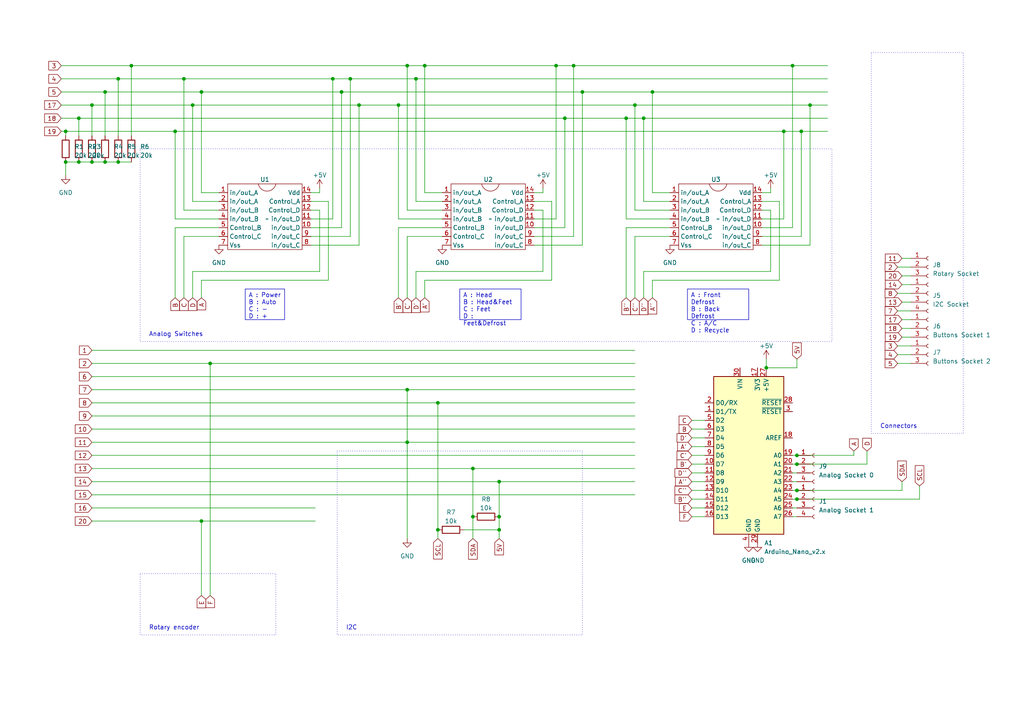
<source format=kicad_sch>
(kicad_sch (version 20230121) (generator eeschema)

  (uuid a66afc01-2876-4c56-8e39-492d06925efb)

  (paper "A4")

  (title_block
    (title "piJagClim intermediaire PCB")
    (date "2023-04-07")
    (rev "v0.2")
  )

  (lib_symbols
    (symbol "Connector:Conn_01x03_Socket" (pin_names (offset 1.016) hide) (in_bom yes) (on_board yes)
      (property "Reference" "J" (at 0 5.08 0)
        (effects (font (size 1.27 1.27)))
      )
      (property "Value" "Conn_01x03_Socket" (at 0 -5.08 0)
        (effects (font (size 1.27 1.27)))
      )
      (property "Footprint" "" (at 0 0 0)
        (effects (font (size 1.27 1.27)) hide)
      )
      (property "Datasheet" "~" (at 0 0 0)
        (effects (font (size 1.27 1.27)) hide)
      )
      (property "ki_locked" "" (at 0 0 0)
        (effects (font (size 1.27 1.27)))
      )
      (property "ki_keywords" "connector" (at 0 0 0)
        (effects (font (size 1.27 1.27)) hide)
      )
      (property "ki_description" "Generic connector, single row, 01x03, script generated" (at 0 0 0)
        (effects (font (size 1.27 1.27)) hide)
      )
      (property "ki_fp_filters" "Connector*:*_1x??_*" (at 0 0 0)
        (effects (font (size 1.27 1.27)) hide)
      )
      (symbol "Conn_01x03_Socket_1_1"
        (arc (start 0 -2.032) (mid -0.5058 -2.54) (end 0 -3.048)
          (stroke (width 0.1524) (type default))
          (fill (type none))
        )
        (polyline
          (pts
            (xy -1.27 -2.54)
            (xy -0.508 -2.54)
          )
          (stroke (width 0.1524) (type default))
          (fill (type none))
        )
        (polyline
          (pts
            (xy -1.27 0)
            (xy -0.508 0)
          )
          (stroke (width 0.1524) (type default))
          (fill (type none))
        )
        (polyline
          (pts
            (xy -1.27 2.54)
            (xy -0.508 2.54)
          )
          (stroke (width 0.1524) (type default))
          (fill (type none))
        )
        (arc (start 0 0.508) (mid -0.5058 0) (end 0 -0.508)
          (stroke (width 0.1524) (type default))
          (fill (type none))
        )
        (arc (start 0 3.048) (mid -0.5058 2.54) (end 0 2.032)
          (stroke (width 0.1524) (type default))
          (fill (type none))
        )
        (pin passive line (at -5.08 2.54 0) (length 3.81)
          (name "Pin_1" (effects (font (size 1.27 1.27))))
          (number "1" (effects (font (size 1.27 1.27))))
        )
        (pin passive line (at -5.08 0 0) (length 3.81)
          (name "Pin_2" (effects (font (size 1.27 1.27))))
          (number "2" (effects (font (size 1.27 1.27))))
        )
        (pin passive line (at -5.08 -2.54 0) (length 3.81)
          (name "Pin_3" (effects (font (size 1.27 1.27))))
          (number "3" (effects (font (size 1.27 1.27))))
        )
      )
    )
    (symbol "Connector:Conn_01x04_Socket" (pin_names (offset 1.016) hide) (in_bom yes) (on_board yes)
      (property "Reference" "J" (at 0 5.08 0)
        (effects (font (size 1.27 1.27)))
      )
      (property "Value" "Conn_01x04_Socket" (at 0 -7.62 0)
        (effects (font (size 1.27 1.27)))
      )
      (property "Footprint" "" (at 0 0 0)
        (effects (font (size 1.27 1.27)) hide)
      )
      (property "Datasheet" "~" (at 0 0 0)
        (effects (font (size 1.27 1.27)) hide)
      )
      (property "ki_locked" "" (at 0 0 0)
        (effects (font (size 1.27 1.27)))
      )
      (property "ki_keywords" "connector" (at 0 0 0)
        (effects (font (size 1.27 1.27)) hide)
      )
      (property "ki_description" "Generic connector, single row, 01x04, script generated" (at 0 0 0)
        (effects (font (size 1.27 1.27)) hide)
      )
      (property "ki_fp_filters" "Connector*:*_1x??_*" (at 0 0 0)
        (effects (font (size 1.27 1.27)) hide)
      )
      (symbol "Conn_01x04_Socket_1_1"
        (arc (start 0 -4.572) (mid -0.5058 -5.08) (end 0 -5.588)
          (stroke (width 0.1524) (type default))
          (fill (type none))
        )
        (arc (start 0 -2.032) (mid -0.5058 -2.54) (end 0 -3.048)
          (stroke (width 0.1524) (type default))
          (fill (type none))
        )
        (polyline
          (pts
            (xy -1.27 -5.08)
            (xy -0.508 -5.08)
          )
          (stroke (width 0.1524) (type default))
          (fill (type none))
        )
        (polyline
          (pts
            (xy -1.27 -2.54)
            (xy -0.508 -2.54)
          )
          (stroke (width 0.1524) (type default))
          (fill (type none))
        )
        (polyline
          (pts
            (xy -1.27 0)
            (xy -0.508 0)
          )
          (stroke (width 0.1524) (type default))
          (fill (type none))
        )
        (polyline
          (pts
            (xy -1.27 2.54)
            (xy -0.508 2.54)
          )
          (stroke (width 0.1524) (type default))
          (fill (type none))
        )
        (arc (start 0 0.508) (mid -0.5058 0) (end 0 -0.508)
          (stroke (width 0.1524) (type default))
          (fill (type none))
        )
        (arc (start 0 3.048) (mid -0.5058 2.54) (end 0 2.032)
          (stroke (width 0.1524) (type default))
          (fill (type none))
        )
        (pin passive line (at -5.08 2.54 0) (length 3.81)
          (name "Pin_1" (effects (font (size 1.27 1.27))))
          (number "1" (effects (font (size 1.27 1.27))))
        )
        (pin passive line (at -5.08 0 0) (length 3.81)
          (name "Pin_2" (effects (font (size 1.27 1.27))))
          (number "2" (effects (font (size 1.27 1.27))))
        )
        (pin passive line (at -5.08 -2.54 0) (length 3.81)
          (name "Pin_3" (effects (font (size 1.27 1.27))))
          (number "3" (effects (font (size 1.27 1.27))))
        )
        (pin passive line (at -5.08 -5.08 0) (length 3.81)
          (name "Pin_4" (effects (font (size 1.27 1.27))))
          (number "4" (effects (font (size 1.27 1.27))))
        )
      )
    )
    (symbol "Device:R" (pin_numbers hide) (pin_names (offset 0)) (in_bom yes) (on_board yes)
      (property "Reference" "R" (at 2.032 0 90)
        (effects (font (size 1.27 1.27)))
      )
      (property "Value" "R" (at 0 0 90)
        (effects (font (size 1.27 1.27)))
      )
      (property "Footprint" "" (at -1.778 0 90)
        (effects (font (size 1.27 1.27)) hide)
      )
      (property "Datasheet" "~" (at 0 0 0)
        (effects (font (size 1.27 1.27)) hide)
      )
      (property "ki_keywords" "R res resistor" (at 0 0 0)
        (effects (font (size 1.27 1.27)) hide)
      )
      (property "ki_description" "Resistor" (at 0 0 0)
        (effects (font (size 1.27 1.27)) hide)
      )
      (property "ki_fp_filters" "R_*" (at 0 0 0)
        (effects (font (size 1.27 1.27)) hide)
      )
      (symbol "R_0_1"
        (rectangle (start -1.016 -2.54) (end 1.016 2.54)
          (stroke (width 0.254) (type default))
          (fill (type none))
        )
      )
      (symbol "R_1_1"
        (pin passive line (at 0 3.81 270) (length 1.27)
          (name "~" (effects (font (size 1.27 1.27))))
          (number "1" (effects (font (size 1.27 1.27))))
        )
        (pin passive line (at 0 -3.81 90) (length 1.27)
          (name "~" (effects (font (size 1.27 1.27))))
          (number "2" (effects (font (size 1.27 1.27))))
        )
      )
    )
    (symbol "MCU_Module:Arduino_Nano_v2.x" (in_bom yes) (on_board yes)
      (property "Reference" "A" (at -10.16 23.495 0)
        (effects (font (size 1.27 1.27)) (justify left bottom))
      )
      (property "Value" "Arduino_Nano_v2.x" (at 5.08 -24.13 0)
        (effects (font (size 1.27 1.27)) (justify left top))
      )
      (property "Footprint" "Module:Arduino_Nano" (at 0 0 0)
        (effects (font (size 1.27 1.27) italic) hide)
      )
      (property "Datasheet" "https://www.arduino.cc/en/uploads/Main/ArduinoNanoManual23.pdf" (at 0 0 0)
        (effects (font (size 1.27 1.27)) hide)
      )
      (property "ki_keywords" "Arduino nano microcontroller module USB" (at 0 0 0)
        (effects (font (size 1.27 1.27)) hide)
      )
      (property "ki_description" "Arduino Nano v2.x" (at 0 0 0)
        (effects (font (size 1.27 1.27)) hide)
      )
      (property "ki_fp_filters" "Arduino*Nano*" (at 0 0 0)
        (effects (font (size 1.27 1.27)) hide)
      )
      (symbol "Arduino_Nano_v2.x_0_1"
        (rectangle (start -10.16 22.86) (end 10.16 -22.86)
          (stroke (width 0.254) (type default))
          (fill (type background))
        )
      )
      (symbol "Arduino_Nano_v2.x_1_1"
        (pin bidirectional line (at -12.7 12.7 0) (length 2.54)
          (name "D1/TX" (effects (font (size 1.27 1.27))))
          (number "1" (effects (font (size 1.27 1.27))))
        )
        (pin bidirectional line (at -12.7 -2.54 0) (length 2.54)
          (name "D7" (effects (font (size 1.27 1.27))))
          (number "10" (effects (font (size 1.27 1.27))))
        )
        (pin bidirectional line (at -12.7 -5.08 0) (length 2.54)
          (name "D8" (effects (font (size 1.27 1.27))))
          (number "11" (effects (font (size 1.27 1.27))))
        )
        (pin bidirectional line (at -12.7 -7.62 0) (length 2.54)
          (name "D9" (effects (font (size 1.27 1.27))))
          (number "12" (effects (font (size 1.27 1.27))))
        )
        (pin bidirectional line (at -12.7 -10.16 0) (length 2.54)
          (name "D10" (effects (font (size 1.27 1.27))))
          (number "13" (effects (font (size 1.27 1.27))))
        )
        (pin bidirectional line (at -12.7 -12.7 0) (length 2.54)
          (name "D11" (effects (font (size 1.27 1.27))))
          (number "14" (effects (font (size 1.27 1.27))))
        )
        (pin bidirectional line (at -12.7 -15.24 0) (length 2.54)
          (name "D12" (effects (font (size 1.27 1.27))))
          (number "15" (effects (font (size 1.27 1.27))))
        )
        (pin bidirectional line (at -12.7 -17.78 0) (length 2.54)
          (name "D13" (effects (font (size 1.27 1.27))))
          (number "16" (effects (font (size 1.27 1.27))))
        )
        (pin power_out line (at 2.54 25.4 270) (length 2.54)
          (name "3V3" (effects (font (size 1.27 1.27))))
          (number "17" (effects (font (size 1.27 1.27))))
        )
        (pin input line (at 12.7 5.08 180) (length 2.54)
          (name "AREF" (effects (font (size 1.27 1.27))))
          (number "18" (effects (font (size 1.27 1.27))))
        )
        (pin bidirectional line (at 12.7 0 180) (length 2.54)
          (name "A0" (effects (font (size 1.27 1.27))))
          (number "19" (effects (font (size 1.27 1.27))))
        )
        (pin bidirectional line (at -12.7 15.24 0) (length 2.54)
          (name "D0/RX" (effects (font (size 1.27 1.27))))
          (number "2" (effects (font (size 1.27 1.27))))
        )
        (pin bidirectional line (at 12.7 -2.54 180) (length 2.54)
          (name "A1" (effects (font (size 1.27 1.27))))
          (number "20" (effects (font (size 1.27 1.27))))
        )
        (pin bidirectional line (at 12.7 -5.08 180) (length 2.54)
          (name "A2" (effects (font (size 1.27 1.27))))
          (number "21" (effects (font (size 1.27 1.27))))
        )
        (pin bidirectional line (at 12.7 -7.62 180) (length 2.54)
          (name "A3" (effects (font (size 1.27 1.27))))
          (number "22" (effects (font (size 1.27 1.27))))
        )
        (pin bidirectional line (at 12.7 -10.16 180) (length 2.54)
          (name "A4" (effects (font (size 1.27 1.27))))
          (number "23" (effects (font (size 1.27 1.27))))
        )
        (pin bidirectional line (at 12.7 -12.7 180) (length 2.54)
          (name "A5" (effects (font (size 1.27 1.27))))
          (number "24" (effects (font (size 1.27 1.27))))
        )
        (pin bidirectional line (at 12.7 -15.24 180) (length 2.54)
          (name "A6" (effects (font (size 1.27 1.27))))
          (number "25" (effects (font (size 1.27 1.27))))
        )
        (pin bidirectional line (at 12.7 -17.78 180) (length 2.54)
          (name "A7" (effects (font (size 1.27 1.27))))
          (number "26" (effects (font (size 1.27 1.27))))
        )
        (pin power_out line (at 5.08 25.4 270) (length 2.54)
          (name "+5V" (effects (font (size 1.27 1.27))))
          (number "27" (effects (font (size 1.27 1.27))))
        )
        (pin input line (at 12.7 15.24 180) (length 2.54)
          (name "~{RESET}" (effects (font (size 1.27 1.27))))
          (number "28" (effects (font (size 1.27 1.27))))
        )
        (pin power_in line (at 2.54 -25.4 90) (length 2.54)
          (name "GND" (effects (font (size 1.27 1.27))))
          (number "29" (effects (font (size 1.27 1.27))))
        )
        (pin input line (at 12.7 12.7 180) (length 2.54)
          (name "~{RESET}" (effects (font (size 1.27 1.27))))
          (number "3" (effects (font (size 1.27 1.27))))
        )
        (pin power_in line (at -2.54 25.4 270) (length 2.54)
          (name "VIN" (effects (font (size 1.27 1.27))))
          (number "30" (effects (font (size 1.27 1.27))))
        )
        (pin power_in line (at 0 -25.4 90) (length 2.54)
          (name "GND" (effects (font (size 1.27 1.27))))
          (number "4" (effects (font (size 1.27 1.27))))
        )
        (pin bidirectional line (at -12.7 10.16 0) (length 2.54)
          (name "D2" (effects (font (size 1.27 1.27))))
          (number "5" (effects (font (size 1.27 1.27))))
        )
        (pin bidirectional line (at -12.7 7.62 0) (length 2.54)
          (name "D3" (effects (font (size 1.27 1.27))))
          (number "6" (effects (font (size 1.27 1.27))))
        )
        (pin bidirectional line (at -12.7 5.08 0) (length 2.54)
          (name "D4" (effects (font (size 1.27 1.27))))
          (number "7" (effects (font (size 1.27 1.27))))
        )
        (pin bidirectional line (at -12.7 2.54 0) (length 2.54)
          (name "D5" (effects (font (size 1.27 1.27))))
          (number "8" (effects (font (size 1.27 1.27))))
        )
        (pin bidirectional line (at -12.7 0 0) (length 2.54)
          (name "D6" (effects (font (size 1.27 1.27))))
          (number "9" (effects (font (size 1.27 1.27))))
        )
      )
    )
    (symbol "customLibrary:HCF4066B" (in_bom yes) (on_board yes)
      (property "Reference" "U" (at -7.62 11.43 0)
        (effects (font (size 1.27 1.27)))
      )
      (property "Value" "" (at 0 0 0)
        (effects (font (size 1.27 1.27)))
      )
      (property "Footprint" "" (at 0 0 0)
        (effects (font (size 1.27 1.27)) hide)
      )
      (property "Datasheet" "" (at 0 0 0)
        (effects (font (size 1.27 1.27)) hide)
      )
      (symbol "HCF4066B_0_1"
        (rectangle (start -11.43 10.16) (end 10.16 -8.89)
          (stroke (width 0) (type default))
          (fill (type none))
        )
        (arc (start -2.54 10.16) (mid 0 8.0719) (end 2.54 10.16)
          (stroke (width 0) (type default))
          (fill (type none))
        )
      )
      (symbol "HCF4066B_1_1"
        (pin free line (at -13.97 7.62 0) (length 2.54)
          (name "in/out_A" (effects (font (size 1.27 1.27))))
          (number "1" (effects (font (size 1.27 1.27))))
        )
        (pin free line (at 12.7 -2.54 180) (length 2.54)
          (name "in/out_D" (effects (font (size 1.27 1.27))))
          (number "10" (effects (font (size 1.27 1.27))))
        )
        (pin free line (at 12.7 0 180) (length 2.54)
          (name "in/out_D" (effects (font (size 1.27 1.27))))
          (number "11" (effects (font (size 1.27 1.27))))
        )
        (pin free line (at 12.7 2.54 180) (length 2.54)
          (name "Control_D" (effects (font (size 1.27 1.27))))
          (number "12" (effects (font (size 1.27 1.27))))
        )
        (pin free line (at 12.7 5.08 180) (length 2.54)
          (name "Control_A" (effects (font (size 1.27 1.27))))
          (number "13" (effects (font (size 1.27 1.27))))
        )
        (pin free line (at 12.7 7.62 180) (length 2.54)
          (name "Vdd" (effects (font (size 1.27 1.27))))
          (number "14" (effects (font (size 1.27 1.27))))
        )
        (pin free line (at -13.97 5.08 0) (length 2.54)
          (name "in/out_A" (effects (font (size 1.27 1.27))))
          (number "2" (effects (font (size 1.27 1.27))))
        )
        (pin free line (at -13.97 2.54 0) (length 2.54)
          (name "in/out_B" (effects (font (size 1.27 1.27))))
          (number "3" (effects (font (size 1.27 1.27))))
        )
        (pin free line (at -13.97 0 0) (length 2.54)
          (name "in/out_B" (effects (font (size 1.27 1.27))))
          (number "4" (effects (font (size 1.27 1.27))))
        )
        (pin free line (at -13.97 -2.54 0) (length 2.54)
          (name "Control_B" (effects (font (size 1.27 1.27))))
          (number "5" (effects (font (size 1.27 1.27))))
        )
        (pin free line (at -13.97 -5.08 0) (length 2.54)
          (name "Control_C" (effects (font (size 1.27 1.27))))
          (number "6" (effects (font (size 1.27 1.27))))
        )
        (pin free line (at -13.97 -7.62 0) (length 2.54)
          (name "Vss" (effects (font (size 1.27 1.27))))
          (number "7" (effects (font (size 1.27 1.27))))
        )
        (pin free line (at 12.7 -7.62 180) (length 2.54)
          (name "in/out_C" (effects (font (size 1.27 1.27))))
          (number "8" (effects (font (size 1.27 1.27))))
        )
        (pin free line (at 12.7 -5.08 180) (length 2.54)
          (name "in/out_C" (effects (font (size 1.27 1.27))))
          (number "9" (effects (font (size 1.27 1.27))))
        )
      )
    )
    (symbol "power:+5V" (power) (pin_names (offset 0)) (in_bom yes) (on_board yes)
      (property "Reference" "#PWR" (at 0 -3.81 0)
        (effects (font (size 1.27 1.27)) hide)
      )
      (property "Value" "+5V" (at 0 3.556 0)
        (effects (font (size 1.27 1.27)))
      )
      (property "Footprint" "" (at 0 0 0)
        (effects (font (size 1.27 1.27)) hide)
      )
      (property "Datasheet" "" (at 0 0 0)
        (effects (font (size 1.27 1.27)) hide)
      )
      (property "ki_keywords" "global power" (at 0 0 0)
        (effects (font (size 1.27 1.27)) hide)
      )
      (property "ki_description" "Power symbol creates a global label with name \"+5V\"" (at 0 0 0)
        (effects (font (size 1.27 1.27)) hide)
      )
      (symbol "+5V_0_1"
        (polyline
          (pts
            (xy -0.762 1.27)
            (xy 0 2.54)
          )
          (stroke (width 0) (type default))
          (fill (type none))
        )
        (polyline
          (pts
            (xy 0 0)
            (xy 0 2.54)
          )
          (stroke (width 0) (type default))
          (fill (type none))
        )
        (polyline
          (pts
            (xy 0 2.54)
            (xy 0.762 1.27)
          )
          (stroke (width 0) (type default))
          (fill (type none))
        )
      )
      (symbol "+5V_1_1"
        (pin power_in line (at 0 0 90) (length 0) hide
          (name "+5V" (effects (font (size 1.27 1.27))))
          (number "1" (effects (font (size 1.27 1.27))))
        )
      )
    )
    (symbol "power:GND" (power) (pin_names (offset 0)) (in_bom yes) (on_board yes)
      (property "Reference" "#PWR" (at 0 -6.35 0)
        (effects (font (size 1.27 1.27)) hide)
      )
      (property "Value" "GND" (at 0 -3.81 0)
        (effects (font (size 1.27 1.27)))
      )
      (property "Footprint" "" (at 0 0 0)
        (effects (font (size 1.27 1.27)) hide)
      )
      (property "Datasheet" "" (at 0 0 0)
        (effects (font (size 1.27 1.27)) hide)
      )
      (property "ki_keywords" "global power" (at 0 0 0)
        (effects (font (size 1.27 1.27)) hide)
      )
      (property "ki_description" "Power symbol creates a global label with name \"GND\" , ground" (at 0 0 0)
        (effects (font (size 1.27 1.27)) hide)
      )
      (symbol "GND_0_1"
        (polyline
          (pts
            (xy 0 0)
            (xy 0 -1.27)
            (xy 1.27 -1.27)
            (xy 0 -2.54)
            (xy -1.27 -1.27)
            (xy 0 -1.27)
          )
          (stroke (width 0) (type default))
          (fill (type none))
        )
      )
      (symbol "GND_1_1"
        (pin power_in line (at 0 0 270) (length 0) hide
          (name "GND" (effects (font (size 1.27 1.27))))
          (number "1" (effects (font (size 1.27 1.27))))
        )
      )
    )
  )

  (junction (at 163.83 34.29) (diameter 0) (color 0 0 0 0)
    (uuid 08136d0f-cf0e-48c5-b33a-d5bdc352a9fc)
  )
  (junction (at 118.11 113.03) (diameter 0) (color 0 0 0 0)
    (uuid 0ac5b87b-bafc-410d-bf8c-e845273764ea)
  )
  (junction (at 227.33 38.1) (diameter 0) (color 0 0 0 0)
    (uuid 0b90e885-00b8-4d90-9825-ea3855bbd2ba)
  )
  (junction (at 231.14 132.08) (diameter 0) (color 0 0 0 0)
    (uuid 0e14eefd-85e8-4c25-9127-b05ef2e7c77e)
  )
  (junction (at 168.91 26.67) (diameter 0) (color 0 0 0 0)
    (uuid 1bb70c91-ea4d-4491-b1ff-392bac2743ff)
  )
  (junction (at 53.34 22.86) (diameter 0) (color 0 0 0 0)
    (uuid 2047e70d-8666-4fa4-957e-33478d961ad8)
  )
  (junction (at 137.16 135.89) (diameter 0) (color 0 0 0 0)
    (uuid 258bf07f-7c6b-486a-95a5-0c17543e45ce)
  )
  (junction (at 120.65 22.86) (diameter 0) (color 0 0 0 0)
    (uuid 2d5db360-cfed-4b21-a2ea-f9844f2ecb16)
  )
  (junction (at 144.78 149.86) (diameter 0) (color 0 0 0 0)
    (uuid 314a0c3b-ed61-45b0-ad1f-675142237871)
  )
  (junction (at 184.15 30.48) (diameter 0) (color 0 0 0 0)
    (uuid 36434687-a2b7-4747-bbbf-74648f4385f8)
  )
  (junction (at 104.14 30.48) (diameter 0) (color 0 0 0 0)
    (uuid 374de143-2404-4d3f-a242-bbe6fe1c2cd9)
  )
  (junction (at 189.23 26.67) (diameter 0) (color 0 0 0 0)
    (uuid 3af4f79e-be7d-4c6d-a5d8-c56e77e6a350)
  )
  (junction (at 144.78 139.7) (diameter 0) (color 0 0 0 0)
    (uuid 3b169b47-af94-46ba-9d2a-6ad87e37353d)
  )
  (junction (at 232.41 38.1) (diameter 0) (color 0 0 0 0)
    (uuid 3e243c8a-2cdb-49e3-8608-8de2b3253c80)
  )
  (junction (at 19.05 38.1) (diameter 0) (color 0 0 0 0)
    (uuid 435f875c-73a2-441c-ac72-8012f865684f)
  )
  (junction (at 231.14 134.62) (diameter 0) (color 0 0 0 0)
    (uuid 4d90e295-af49-4aa9-a402-f1144ddeb19f)
  )
  (junction (at 34.29 46.99) (diameter 0) (color 0 0 0 0)
    (uuid 4f7367b0-b38e-4d27-8878-f76ecd6ae25f)
  )
  (junction (at 123.19 19.05) (diameter 0) (color 0 0 0 0)
    (uuid 52f25a9d-8c13-4deb-a88c-e68c7af76d6e)
  )
  (junction (at 234.95 30.48) (diameter 0) (color 0 0 0 0)
    (uuid 5496077c-eec0-440f-9edf-9abade83ff92)
  )
  (junction (at 22.86 46.99) (diameter 0) (color 0 0 0 0)
    (uuid 591f2120-acca-4aa0-a9e9-726c95fbb148)
  )
  (junction (at 22.86 34.29) (diameter 0) (color 0 0 0 0)
    (uuid 597aa64b-b4d5-4fe0-8229-5618f7518654)
  )
  (junction (at 50.8 38.1) (diameter 0) (color 0 0 0 0)
    (uuid 5cd46b27-1551-4a22-a3fd-da85587126e5)
  )
  (junction (at 115.57 30.48) (diameter 0) (color 0 0 0 0)
    (uuid 5d58b53b-6075-4b2c-8f13-0f46c3714280)
  )
  (junction (at 127 153.67) (diameter 0) (color 0 0 0 0)
    (uuid 62f85e33-62af-4a95-bdb1-b5670312f9b6)
  )
  (junction (at 30.48 26.67) (diameter 0) (color 0 0 0 0)
    (uuid 67030bdb-9a95-4aae-bfba-e05ad8de64b8)
  )
  (junction (at 127 116.84) (diameter 0) (color 0 0 0 0)
    (uuid 6b1b3af7-d0c8-4058-a50a-ce8450bc2cee)
  )
  (junction (at 26.67 30.48) (diameter 0) (color 0 0 0 0)
    (uuid 6e8110d7-f12a-40c7-ab73-6991a9d5c188)
  )
  (junction (at 96.52 22.86) (diameter 0) (color 0 0 0 0)
    (uuid 7c14decc-38ed-48ff-ac98-2a02bf5dc0b6)
  )
  (junction (at 55.88 30.48) (diameter 0) (color 0 0 0 0)
    (uuid 7f916e00-24c6-4a97-bde2-ed37009fa68f)
  )
  (junction (at 118.11 19.05) (diameter 0) (color 0 0 0 0)
    (uuid 80faf17a-2182-4b99-a398-2d5d4c58af1f)
  )
  (junction (at 118.11 128.27) (diameter 0) (color 0 0 0 0)
    (uuid 810e8118-3b08-4075-af3d-1b16eb451574)
  )
  (junction (at 19.05 46.99) (diameter 0) (color 0 0 0 0)
    (uuid 84b70c6b-cfa4-4f2e-80cb-7b7afdd9c5b6)
  )
  (junction (at 30.48 46.99) (diameter 0) (color 0 0 0 0)
    (uuid 865b4872-c5f2-4ab3-ab67-754baeff870c)
  )
  (junction (at 144.78 153.67) (diameter 0) (color 0 0 0 0)
    (uuid 877d090b-9312-4002-8260-1b224eda860d)
  )
  (junction (at 101.6 22.86) (diameter 0) (color 0 0 0 0)
    (uuid 8bb0ddd5-2d92-42a1-b5fd-8cbb0d857070)
  )
  (junction (at 231.14 142.24) (diameter 0) (color 0 0 0 0)
    (uuid 9b0fe5b5-2cb4-42b7-9b33-ba29d46dda12)
  )
  (junction (at 99.06 26.67) (diameter 0) (color 0 0 0 0)
    (uuid 9b3ab7f2-227a-420f-83f2-5f0c9348e323)
  )
  (junction (at 181.61 34.29) (diameter 0) (color 0 0 0 0)
    (uuid a0f3b704-cdf9-4724-a2a8-b2e971412751)
  )
  (junction (at 166.37 19.05) (diameter 0) (color 0 0 0 0)
    (uuid a278ff5e-55ea-4709-b7e6-c32287c3f690)
  )
  (junction (at 186.69 34.29) (diameter 0) (color 0 0 0 0)
    (uuid a461df45-7aba-4ca2-aa86-1b2813ff02fa)
  )
  (junction (at 34.29 22.86) (diameter 0) (color 0 0 0 0)
    (uuid b3b9b31b-85be-4bf7-92f7-32826b89509d)
  )
  (junction (at 58.42 151.13) (diameter 0) (color 0 0 0 0)
    (uuid b958a14f-f7a6-4989-a649-7410fe4df206)
  )
  (junction (at 60.96 105.41) (diameter 0) (color 0 0 0 0)
    (uuid b9ed26b9-dfed-4a97-9448-f17cccb4f6f3)
  )
  (junction (at 231.14 144.78) (diameter 0) (color 0 0 0 0)
    (uuid ba2666ec-6c79-4e11-91f8-f33e9507f539)
  )
  (junction (at 58.42 26.67) (diameter 0) (color 0 0 0 0)
    (uuid c4bab567-050e-49ae-9f8e-c2212b20ecce)
  )
  (junction (at 38.1 19.05) (diameter 0) (color 0 0 0 0)
    (uuid c943753b-b865-4d58-aa47-a78fe5b096f2)
  )
  (junction (at 222.25 106.68) (diameter 0) (color 0 0 0 0)
    (uuid d5598bba-b4fb-49ca-805d-531806ebf45b)
  )
  (junction (at 161.29 19.05) (diameter 0) (color 0 0 0 0)
    (uuid d9ab2f2f-b90c-4f4a-8b24-14fbff18d3a0)
  )
  (junction (at 26.67 46.99) (diameter 0) (color 0 0 0 0)
    (uuid eb573c1a-0dfd-4334-ac48-4699393e9441)
  )
  (junction (at 137.16 149.86) (diameter 0) (color 0 0 0 0)
    (uuid f4352d76-7f24-4953-bd61-59420779bad6)
  )
  (junction (at 229.87 19.05) (diameter 0) (color 0 0 0 0)
    (uuid f97a002d-d815-412c-a246-7c5ea60574a9)
  )

  (wire (pts (xy 26.67 139.7) (xy 144.78 139.7))
    (stroke (width 0) (type default))
    (uuid 008f0894-1f0d-498a-b625-bca8db0ec4d7)
  )
  (wire (pts (xy 34.29 22.86) (xy 53.34 22.86))
    (stroke (width 0) (type default))
    (uuid 0273ad01-ac9f-40d8-9a53-710e794a03c8)
  )
  (wire (pts (xy 261.62 87.63) (xy 264.16 87.63))
    (stroke (width 0) (type default))
    (uuid 02b5c00f-8ecf-4c53-9ef9-932c2571fd2c)
  )
  (wire (pts (xy 229.87 139.7) (xy 231.14 139.7))
    (stroke (width 0) (type default))
    (uuid 030ddc74-3ed7-4ef9-8518-634004c9ef0b)
  )
  (wire (pts (xy 260.35 85.09) (xy 264.16 85.09))
    (stroke (width 0) (type default))
    (uuid 04ba994c-9897-4805-aaba-9e9692c1b0e2)
  )
  (wire (pts (xy 200.66 149.86) (xy 204.47 149.86))
    (stroke (width 0) (type default))
    (uuid 0564f138-3b29-427e-9c6b-9d6d166482c0)
  )
  (wire (pts (xy 95.25 58.42) (xy 95.25 81.28))
    (stroke (width 0) (type default))
    (uuid 0897edaf-24d6-48e6-9546-d40fc4d6267a)
  )
  (wire (pts (xy 186.69 78.74) (xy 186.69 86.36))
    (stroke (width 0) (type default))
    (uuid 08e69b80-3ed9-41ad-8165-031b27b7acf7)
  )
  (wire (pts (xy 30.48 26.67) (xy 30.48 39.37))
    (stroke (width 0) (type default))
    (uuid 09886dfb-c4c3-4ed5-b0ac-6066632871fd)
  )
  (wire (pts (xy 60.96 105.41) (xy 60.96 172.72))
    (stroke (width 0) (type default))
    (uuid 0b44c4dc-766a-4f4b-a320-2b7ad122ba53)
  )
  (wire (pts (xy 157.48 60.96) (xy 157.48 78.74))
    (stroke (width 0) (type default))
    (uuid 0b667b72-5988-48fa-9145-edc7c35d83fd)
  )
  (wire (pts (xy 137.16 135.89) (xy 137.16 149.86))
    (stroke (width 0) (type default))
    (uuid 0bc200e8-9d37-474f-b576-4c4ee0874853)
  )
  (wire (pts (xy 200.66 139.7) (xy 204.47 139.7))
    (stroke (width 0) (type default))
    (uuid 0c379d6c-ff1b-4878-be31-5ae6d6b961c0)
  )
  (wire (pts (xy 157.48 78.74) (xy 120.65 78.74))
    (stroke (width 0) (type default))
    (uuid 0d004f09-d7a5-4e35-a78b-2471e7ddf035)
  )
  (wire (pts (xy 104.14 30.48) (xy 104.14 71.12))
    (stroke (width 0) (type default))
    (uuid 0e372cb0-26df-4add-aefc-ddc5905a300d)
  )
  (wire (pts (xy 63.5 68.58) (xy 53.34 68.58))
    (stroke (width 0) (type default))
    (uuid 0e8f0b34-8cd8-4f2c-afe1-9831d4bccc6b)
  )
  (wire (pts (xy 160.02 58.42) (xy 160.02 81.28))
    (stroke (width 0) (type default))
    (uuid 0f151819-5287-4968-827c-e7fc00a439cf)
  )
  (wire (pts (xy 128.27 58.42) (xy 120.65 58.42))
    (stroke (width 0) (type default))
    (uuid 153eac83-58dd-4d35-8cfb-bc0f5fab3e2a)
  )
  (wire (pts (xy 58.42 26.67) (xy 99.06 26.67))
    (stroke (width 0) (type default))
    (uuid 17351264-393a-4816-ac2b-ea83c2061d87)
  )
  (wire (pts (xy 251.46 130.81) (xy 251.46 134.62))
    (stroke (width 0) (type default))
    (uuid 19379962-2484-4e90-b6cc-9499c8af7a1d)
  )
  (wire (pts (xy 26.67 46.99) (xy 30.48 46.99))
    (stroke (width 0) (type default))
    (uuid 19d952cf-c35c-4415-b7bf-0dc85cd340af)
  )
  (wire (pts (xy 168.91 26.67) (xy 189.23 26.67))
    (stroke (width 0) (type default))
    (uuid 1afae46d-81ce-4985-82b6-fe9664ff8b30)
  )
  (wire (pts (xy 115.57 30.48) (xy 184.15 30.48))
    (stroke (width 0) (type default))
    (uuid 1b5192df-9b22-4806-894f-72dec3a933c1)
  )
  (wire (pts (xy 154.94 58.42) (xy 160.02 58.42))
    (stroke (width 0) (type default))
    (uuid 1d8442ad-1f79-4d17-8ac6-cff8fdb26ed0)
  )
  (wire (pts (xy 189.23 26.67) (xy 240.03 26.67))
    (stroke (width 0) (type default))
    (uuid 1ebcaeb6-19d8-4f80-9274-89ee37f0355f)
  )
  (wire (pts (xy 194.31 66.04) (xy 181.61 66.04))
    (stroke (width 0) (type default))
    (uuid 20eff2ae-a094-42e0-93dd-d28bb36eee16)
  )
  (wire (pts (xy 118.11 128.27) (xy 184.15 128.27))
    (stroke (width 0) (type default))
    (uuid 21a40025-c92d-408d-acd7-3fccdefa8cac)
  )
  (wire (pts (xy 200.66 124.46) (xy 204.47 124.46))
    (stroke (width 0) (type default))
    (uuid 21caa2cf-14b1-4b2f-b70f-4dde6faf4121)
  )
  (wire (pts (xy 154.94 63.5) (xy 161.29 63.5))
    (stroke (width 0) (type default))
    (uuid 23d2db6f-d2d2-4d89-b785-bc0d71c1f72c)
  )
  (wire (pts (xy 231.14 132.08) (xy 247.65 132.08))
    (stroke (width 0) (type default))
    (uuid 24ccbe91-bb3e-42aa-b014-f96eb895f135)
  )
  (wire (pts (xy 26.67 143.51) (xy 184.15 143.51))
    (stroke (width 0) (type default))
    (uuid 257176dc-cc3e-4379-8cb5-c456248b2ada)
  )
  (wire (pts (xy 123.19 19.05) (xy 161.29 19.05))
    (stroke (width 0) (type default))
    (uuid 260c0427-2e53-409d-acc1-644724969e69)
  )
  (wire (pts (xy 30.48 46.99) (xy 34.29 46.99))
    (stroke (width 0) (type default))
    (uuid 26dee3bc-929e-4737-99bd-2640a766be93)
  )
  (wire (pts (xy 90.17 63.5) (xy 96.52 63.5))
    (stroke (width 0) (type default))
    (uuid 274f7956-6c3c-4752-ac0d-f77af49f61d7)
  )
  (wire (pts (xy 90.17 58.42) (xy 95.25 58.42))
    (stroke (width 0) (type default))
    (uuid 27885097-6555-4ca9-b55f-59adfe155baf)
  )
  (wire (pts (xy 200.66 147.32) (xy 204.47 147.32))
    (stroke (width 0) (type default))
    (uuid 28aecd20-cd47-4a82-a51e-c42355680078)
  )
  (wire (pts (xy 229.87 132.08) (xy 231.14 132.08))
    (stroke (width 0) (type default))
    (uuid 2a1bc808-3a36-43b8-abe7-af1e119a8bd3)
  )
  (wire (pts (xy 134.62 153.67) (xy 144.78 153.67))
    (stroke (width 0) (type default))
    (uuid 2b4980fa-4289-4922-9156-7b76f722bd47)
  )
  (wire (pts (xy 168.91 26.67) (xy 168.91 71.12))
    (stroke (width 0) (type default))
    (uuid 2bb2d98f-1482-482a-830c-eecd81af5154)
  )
  (wire (pts (xy 26.67 101.6) (xy 184.15 101.6))
    (stroke (width 0) (type default))
    (uuid 2d9e1468-4fdc-4e97-a94d-9a87a3ac05eb)
  )
  (wire (pts (xy 247.65 130.81) (xy 247.65 132.08))
    (stroke (width 0) (type default))
    (uuid 2dda62ed-893b-4ebf-936a-0d0228084251)
  )
  (wire (pts (xy 226.06 81.28) (xy 189.23 81.28))
    (stroke (width 0) (type default))
    (uuid 3020940c-8762-4172-8da7-d5433b23656c)
  )
  (wire (pts (xy 229.87 147.32) (xy 231.14 147.32))
    (stroke (width 0) (type default))
    (uuid 31ca1a6d-d240-4142-be16-6babd09aef2d)
  )
  (wire (pts (xy 231.14 104.14) (xy 231.14 106.68))
    (stroke (width 0) (type default))
    (uuid 3210f52f-8b1d-4faa-ab6d-9059ce24995c)
  )
  (wire (pts (xy 200.66 129.54) (xy 204.47 129.54))
    (stroke (width 0) (type default))
    (uuid 331e0dc3-b96c-49c2-9738-98e267b74c9c)
  )
  (wire (pts (xy 261.62 74.93) (xy 264.16 74.93))
    (stroke (width 0) (type default))
    (uuid 3374764b-843f-48fc-a7d2-695f9b49a56f)
  )
  (wire (pts (xy 154.94 66.04) (xy 163.83 66.04))
    (stroke (width 0) (type default))
    (uuid 33872246-ba4b-46c5-858a-b66c9948302b)
  )
  (wire (pts (xy 260.35 105.41) (xy 264.16 105.41))
    (stroke (width 0) (type default))
    (uuid 36b38ee2-ac3e-4226-91af-9759851828db)
  )
  (wire (pts (xy 63.5 60.96) (xy 53.34 60.96))
    (stroke (width 0) (type default))
    (uuid 38506fde-c5bd-4caf-82f8-c9ffbf5773f9)
  )
  (wire (pts (xy 128.27 55.88) (xy 123.19 55.88))
    (stroke (width 0) (type default))
    (uuid 3890f645-bb09-4d7f-9ce4-10c3e943db97)
  )
  (wire (pts (xy 127 116.84) (xy 127 153.67))
    (stroke (width 0) (type default))
    (uuid 38964c34-0aeb-403f-9309-2dc3332a6012)
  )
  (wire (pts (xy 231.14 142.24) (xy 261.62 142.24))
    (stroke (width 0) (type default))
    (uuid 39a6fa1c-2f4d-4929-aa6b-98daf3d6961c)
  )
  (wire (pts (xy 200.66 137.16) (xy 204.47 137.16))
    (stroke (width 0) (type default))
    (uuid 3ae8e117-e74f-4b19-a76e-5c1f36e10377)
  )
  (wire (pts (xy 261.62 97.79) (xy 264.16 97.79))
    (stroke (width 0) (type default))
    (uuid 3bdf5a60-84b0-42d8-bd16-b279b2ade79a)
  )
  (wire (pts (xy 260.35 100.33) (xy 264.16 100.33))
    (stroke (width 0) (type default))
    (uuid 3c6101cc-997d-4949-95bc-4310ac05665f)
  )
  (wire (pts (xy 118.11 68.58) (xy 118.11 86.36))
    (stroke (width 0) (type default))
    (uuid 3f671cca-2150-4ecf-84d0-7fb35e71c910)
  )
  (wire (pts (xy 55.88 78.74) (xy 55.88 86.36))
    (stroke (width 0) (type default))
    (uuid 3f6764c2-92c4-4f1f-bf10-ebcb9d1c7909)
  )
  (wire (pts (xy 63.5 63.5) (xy 50.8 63.5))
    (stroke (width 0) (type default))
    (uuid 414a54eb-8931-47f2-834d-f15985fdd502)
  )
  (wire (pts (xy 261.62 95.25) (xy 264.16 95.25))
    (stroke (width 0) (type default))
    (uuid 451dd0c5-4c8d-4f10-9245-2e54689dfcdb)
  )
  (wire (pts (xy 220.98 71.12) (xy 234.95 71.12))
    (stroke (width 0) (type default))
    (uuid 45d5a85f-ca80-4377-8261-64bb298fd2ca)
  )
  (wire (pts (xy 157.48 54.61) (xy 157.48 55.88))
    (stroke (width 0) (type default))
    (uuid 4638500d-599b-4325-87f0-2652e52f63b0)
  )
  (wire (pts (xy 92.71 60.96) (xy 92.71 78.74))
    (stroke (width 0) (type default))
    (uuid 4738b7d7-b13c-4632-8189-b28ade3802ef)
  )
  (wire (pts (xy 50.8 38.1) (xy 227.33 38.1))
    (stroke (width 0) (type default))
    (uuid 48d28da9-13c6-4a47-b48b-63e4bcd03943)
  )
  (wire (pts (xy 200.66 144.78) (xy 204.47 144.78))
    (stroke (width 0) (type default))
    (uuid 4a77c21f-3c35-4f40-b4ea-7206e4c4986c)
  )
  (wire (pts (xy 189.23 81.28) (xy 189.23 86.36))
    (stroke (width 0) (type default))
    (uuid 4a98d302-3ce2-4602-a618-e3f8bcfb6cdf)
  )
  (wire (pts (xy 34.29 46.99) (xy 38.1 46.99))
    (stroke (width 0) (type default))
    (uuid 4c6b3f61-7d32-4a6b-bd37-56b1cdb5660d)
  )
  (wire (pts (xy 99.06 26.67) (xy 99.06 66.04))
    (stroke (width 0) (type default))
    (uuid 4e23c95c-3c4e-417e-a886-9bf38e565a3b)
  )
  (wire (pts (xy 220.98 58.42) (xy 226.06 58.42))
    (stroke (width 0) (type default))
    (uuid 4ed8a733-c7f1-41b4-8710-25a3862a963d)
  )
  (wire (pts (xy 220.98 63.5) (xy 227.33 63.5))
    (stroke (width 0) (type default))
    (uuid 4f555b6a-2278-4a6d-bd9a-f9e07f6b38e6)
  )
  (wire (pts (xy 163.83 34.29) (xy 163.83 66.04))
    (stroke (width 0) (type default))
    (uuid 505e1825-7d1f-4079-8233-e8107df6ae5f)
  )
  (wire (pts (xy 261.62 139.7) (xy 261.62 142.24))
    (stroke (width 0) (type default))
    (uuid 50c800c4-2099-421a-9d4f-4e94435d4e59)
  )
  (wire (pts (xy 17.78 22.86) (xy 34.29 22.86))
    (stroke (width 0) (type default))
    (uuid 513e3fff-b49a-45fd-af9b-98a1ddbb11ed)
  )
  (wire (pts (xy 95.25 81.28) (xy 58.42 81.28))
    (stroke (width 0) (type default))
    (uuid 52c66e0a-12d9-4538-b702-1535d1a7f1b1)
  )
  (wire (pts (xy 260.35 77.47) (xy 264.16 77.47))
    (stroke (width 0) (type default))
    (uuid 53ae1ac1-a327-4964-b562-118a4cae98c5)
  )
  (wire (pts (xy 260.35 90.17) (xy 264.16 90.17))
    (stroke (width 0) (type default))
    (uuid 54f1f9db-f30c-4843-b2e1-ffa51bc9479b)
  )
  (wire (pts (xy 63.5 55.88) (xy 58.42 55.88))
    (stroke (width 0) (type default))
    (uuid 55b16f8b-0150-4134-8a9b-599b39e566b7)
  )
  (wire (pts (xy 26.67 30.48) (xy 55.88 30.48))
    (stroke (width 0) (type default))
    (uuid 57caf146-71c0-4146-b64b-5c2b036f21b5)
  )
  (wire (pts (xy 60.96 105.41) (xy 184.15 105.41))
    (stroke (width 0) (type default))
    (uuid 57e1810d-c20e-4567-92f8-d93362cac8cb)
  )
  (wire (pts (xy 161.29 19.05) (xy 166.37 19.05))
    (stroke (width 0) (type default))
    (uuid 5a0e380e-854d-4386-9f1d-59c601f170df)
  )
  (wire (pts (xy 157.48 55.88) (xy 154.94 55.88))
    (stroke (width 0) (type default))
    (uuid 5da5656c-4bf5-4ea8-a4ce-39fcdcd292f2)
  )
  (wire (pts (xy 26.67 135.89) (xy 137.16 135.89))
    (stroke (width 0) (type default))
    (uuid 5e319c9a-7fc2-489e-80d1-d20b832a304e)
  )
  (wire (pts (xy 96.52 22.86) (xy 96.52 63.5))
    (stroke (width 0) (type default))
    (uuid 5ebe5d65-817b-4ab4-b0c5-44132e3f35b5)
  )
  (wire (pts (xy 55.88 30.48) (xy 104.14 30.48))
    (stroke (width 0) (type default))
    (uuid 5ed8aad3-ad6a-4953-b5af-d62c0fbf421d)
  )
  (wire (pts (xy 229.87 144.78) (xy 231.14 144.78))
    (stroke (width 0) (type default))
    (uuid 60bef7c6-4492-4fb3-8838-c4927fea89f3)
  )
  (wire (pts (xy 181.61 34.29) (xy 181.61 63.5))
    (stroke (width 0) (type default))
    (uuid 64d49279-3565-4718-9b15-15275f2be9a7)
  )
  (wire (pts (xy 26.67 124.46) (xy 184.15 124.46))
    (stroke (width 0) (type default))
    (uuid 660ce906-1998-4b7d-914c-e38381b2d3f8)
  )
  (wire (pts (xy 229.87 134.62) (xy 231.14 134.62))
    (stroke (width 0) (type default))
    (uuid 67656f01-5565-4d45-b63b-1081f971f337)
  )
  (wire (pts (xy 63.5 58.42) (xy 55.88 58.42))
    (stroke (width 0) (type default))
    (uuid 67709f79-8c3f-4439-8497-e4971a12020d)
  )
  (wire (pts (xy 104.14 30.48) (xy 115.57 30.48))
    (stroke (width 0) (type default))
    (uuid 6a579594-b0b5-4b10-aa91-d7e90399afa1)
  )
  (wire (pts (xy 232.41 38.1) (xy 232.41 68.58))
    (stroke (width 0) (type default))
    (uuid 6a92f36c-c79c-4abd-b38d-8dc5f4f1fbc4)
  )
  (wire (pts (xy 17.78 38.1) (xy 19.05 38.1))
    (stroke (width 0) (type default))
    (uuid 6ce5add9-cc71-42b4-8e30-88fe4d8cbb24)
  )
  (wire (pts (xy 26.67 147.32) (xy 91.44 147.32))
    (stroke (width 0) (type default))
    (uuid 6e8799b1-10a3-4edf-b436-d18583e620af)
  )
  (wire (pts (xy 26.67 30.48) (xy 26.67 39.37))
    (stroke (width 0) (type default))
    (uuid 719e9967-3b64-4a0e-b723-82f98f25599e)
  )
  (wire (pts (xy 231.14 144.78) (xy 266.7 144.78))
    (stroke (width 0) (type default))
    (uuid 71a54d35-17a9-4970-b547-a640d7988323)
  )
  (wire (pts (xy 22.86 34.29) (xy 163.83 34.29))
    (stroke (width 0) (type default))
    (uuid 72068567-d0c5-4be1-9a11-cbf6b952de76)
  )
  (wire (pts (xy 232.41 38.1) (xy 240.03 38.1))
    (stroke (width 0) (type default))
    (uuid 738e90f6-55ad-4d2b-862f-b7f6bd7f1142)
  )
  (wire (pts (xy 118.11 113.03) (xy 184.15 113.03))
    (stroke (width 0) (type default))
    (uuid 73c94ea8-2a9f-4314-8008-6a84cb7d7712)
  )
  (wire (pts (xy 19.05 38.1) (xy 19.05 39.37))
    (stroke (width 0) (type default))
    (uuid 745c5984-cce6-421f-8cdd-6ed0b4b5357a)
  )
  (wire (pts (xy 63.5 66.04) (xy 50.8 66.04))
    (stroke (width 0) (type default))
    (uuid 7695d2c0-3514-4f4c-9637-2630ab28d71b)
  )
  (wire (pts (xy 154.94 71.12) (xy 168.91 71.12))
    (stroke (width 0) (type default))
    (uuid 76f61153-9772-4aa6-b69a-55245b38c93a)
  )
  (wire (pts (xy 220.98 66.04) (xy 229.87 66.04))
    (stroke (width 0) (type default))
    (uuid 782ac3b8-de12-45c0-97e4-3dc13994567d)
  )
  (wire (pts (xy 223.52 60.96) (xy 223.52 78.74))
    (stroke (width 0) (type default))
    (uuid 78aff83e-23c6-4788-a133-0ab4e5afc54e)
  )
  (wire (pts (xy 17.78 34.29) (xy 22.86 34.29))
    (stroke (width 0) (type default))
    (uuid 78f088e6-e8eb-4b9c-9f97-7afc025cc133)
  )
  (wire (pts (xy 181.61 34.29) (xy 186.69 34.29))
    (stroke (width 0) (type default))
    (uuid 7927162b-f317-4713-acd7-02f6734762cb)
  )
  (wire (pts (xy 120.65 22.86) (xy 120.65 58.42))
    (stroke (width 0) (type default))
    (uuid 7bbf3fbf-5956-4a91-94df-69288413b4c1)
  )
  (wire (pts (xy 115.57 66.04) (xy 115.57 86.36))
    (stroke (width 0) (type default))
    (uuid 7bebd655-f54a-4b4b-b07a-18198bbd42ac)
  )
  (wire (pts (xy 223.52 78.74) (xy 186.69 78.74))
    (stroke (width 0) (type default))
    (uuid 7c320ee9-94d0-467d-866e-90c9975a40c5)
  )
  (wire (pts (xy 50.8 38.1) (xy 50.8 63.5))
    (stroke (width 0) (type default))
    (uuid 7c7c00cf-031a-4044-a0ae-60332ad8d4bb)
  )
  (wire (pts (xy 137.16 135.89) (xy 184.15 135.89))
    (stroke (width 0) (type default))
    (uuid 7d78412f-20cf-4352-b038-c63d79c7d3cd)
  )
  (wire (pts (xy 261.62 80.01) (xy 264.16 80.01))
    (stroke (width 0) (type default))
    (uuid 7e4907ec-988d-4ba7-b91b-467af340ff80)
  )
  (wire (pts (xy 154.94 60.96) (xy 157.48 60.96))
    (stroke (width 0) (type default))
    (uuid 7f175876-f17f-406d-a035-2740f16a0d73)
  )
  (wire (pts (xy 127 116.84) (xy 184.15 116.84))
    (stroke (width 0) (type default))
    (uuid 80f0719a-2d32-4082-9973-9cc73bcc8236)
  )
  (wire (pts (xy 101.6 22.86) (xy 120.65 22.86))
    (stroke (width 0) (type default))
    (uuid 8223d14e-3565-4c2c-9edf-541d3068fe95)
  )
  (wire (pts (xy 118.11 19.05) (xy 118.11 60.96))
    (stroke (width 0) (type default))
    (uuid 840ce5b4-5ee7-4f0a-b8f4-75efc799f768)
  )
  (wire (pts (xy 58.42 151.13) (xy 58.42 172.72))
    (stroke (width 0) (type default))
    (uuid 85a52721-f352-4073-83fb-a11374102753)
  )
  (wire (pts (xy 38.1 19.05) (xy 118.11 19.05))
    (stroke (width 0) (type default))
    (uuid 876f1d0b-92c7-4665-aff3-e9a69243e385)
  )
  (wire (pts (xy 220.98 60.96) (xy 223.52 60.96))
    (stroke (width 0) (type default))
    (uuid 877fe6dd-cfec-404b-8c1b-a2005d09db9a)
  )
  (wire (pts (xy 92.71 55.88) (xy 90.17 55.88))
    (stroke (width 0) (type default))
    (uuid 87d2336f-b75c-4bf4-a1a2-6a3bf189b407)
  )
  (wire (pts (xy 19.05 46.99) (xy 19.05 50.8))
    (stroke (width 0) (type default))
    (uuid 88094734-60bd-4118-a2e3-bbded2579012)
  )
  (wire (pts (xy 17.78 30.48) (xy 26.67 30.48))
    (stroke (width 0) (type default))
    (uuid 895b20aa-f516-4583-b1bd-b6dd20b63091)
  )
  (wire (pts (xy 101.6 22.86) (xy 101.6 68.58))
    (stroke (width 0) (type default))
    (uuid 8ab2c700-c926-4410-9d22-8c3af842d260)
  )
  (wire (pts (xy 261.62 92.71) (xy 264.16 92.71))
    (stroke (width 0) (type default))
    (uuid 8ac93b5e-4598-4d9a-be0b-3324caa51465)
  )
  (wire (pts (xy 223.52 54.61) (xy 223.52 55.88))
    (stroke (width 0) (type default))
    (uuid 8b6a14d0-0ffb-4979-87f5-ba5cf7cec8fd)
  )
  (wire (pts (xy 229.87 137.16) (xy 231.14 137.16))
    (stroke (width 0) (type default))
    (uuid 8b6fd513-a637-4e5e-8d0e-f84fdb341ea6)
  )
  (wire (pts (xy 34.29 22.86) (xy 34.29 39.37))
    (stroke (width 0) (type default))
    (uuid 8cb4351b-a75b-4dc3-a938-2f15aa7265b9)
  )
  (wire (pts (xy 194.31 55.88) (xy 189.23 55.88))
    (stroke (width 0) (type default))
    (uuid 8f8f7f05-484e-4b31-b3d9-43e2ec63ba45)
  )
  (wire (pts (xy 266.7 140.97) (xy 266.7 144.78))
    (stroke (width 0) (type default))
    (uuid 90967d46-2a43-4bca-b435-e78e468ff749)
  )
  (wire (pts (xy 189.23 26.67) (xy 189.23 55.88))
    (stroke (width 0) (type default))
    (uuid 912aa2e5-8fbb-4df2-8336-001f4cf94db0)
  )
  (wire (pts (xy 38.1 19.05) (xy 38.1 39.37))
    (stroke (width 0) (type default))
    (uuid 92a84ff9-66a8-4f83-8ec2-29f661ef6dc3)
  )
  (wire (pts (xy 229.87 142.24) (xy 231.14 142.24))
    (stroke (width 0) (type default))
    (uuid 92cf6699-60b7-4d02-bac8-3a171dc46524)
  )
  (wire (pts (xy 261.62 82.55) (xy 264.16 82.55))
    (stroke (width 0) (type default))
    (uuid 93d1bd2a-9ff3-4370-b939-6946808d0030)
  )
  (wire (pts (xy 22.86 34.29) (xy 22.86 39.37))
    (stroke (width 0) (type default))
    (uuid 952da3a7-1a5c-417c-ac89-6258083eae1c)
  )
  (wire (pts (xy 184.15 68.58) (xy 184.15 86.36))
    (stroke (width 0) (type default))
    (uuid 95b6ad61-2c2c-4899-899c-c88517c5b75d)
  )
  (wire (pts (xy 118.11 128.27) (xy 118.11 156.21))
    (stroke (width 0) (type default))
    (uuid 95b6c163-53bd-4462-abcb-bb62021868d3)
  )
  (wire (pts (xy 223.52 55.88) (xy 220.98 55.88))
    (stroke (width 0) (type default))
    (uuid 962155df-0cee-4a34-aa56-f805c90690aa)
  )
  (wire (pts (xy 53.34 22.86) (xy 53.34 60.96))
    (stroke (width 0) (type default))
    (uuid 97a4d68a-98e1-46fe-b9c6-f86b3bf215a6)
  )
  (wire (pts (xy 194.31 68.58) (xy 184.15 68.58))
    (stroke (width 0) (type default))
    (uuid 97ac606d-b8e1-426f-9062-b120dda03aae)
  )
  (wire (pts (xy 26.67 116.84) (xy 127 116.84))
    (stroke (width 0) (type default))
    (uuid 99c21750-1e1c-4d94-a554-e43e991c1a82)
  )
  (wire (pts (xy 50.8 66.04) (xy 50.8 86.36))
    (stroke (width 0) (type default))
    (uuid 9ae341e5-4808-4293-bd67-f97973e31af6)
  )
  (wire (pts (xy 55.88 30.48) (xy 55.88 58.42))
    (stroke (width 0) (type default))
    (uuid 9bc13806-975e-4e16-85a2-ed220a1991ee)
  )
  (wire (pts (xy 26.67 109.22) (xy 184.15 109.22))
    (stroke (width 0) (type default))
    (uuid 9f82aedc-3ef4-419b-a871-d77410858832)
  )
  (wire (pts (xy 123.19 81.28) (xy 123.19 86.36))
    (stroke (width 0) (type default))
    (uuid a03fd27b-87a5-4849-afef-819309cd3dda)
  )
  (wire (pts (xy 26.67 105.41) (xy 60.96 105.41))
    (stroke (width 0) (type default))
    (uuid a3653248-a58e-43da-84d7-741232c3ff3d)
  )
  (wire (pts (xy 200.66 132.08) (xy 204.47 132.08))
    (stroke (width 0) (type default))
    (uuid a4cfa9f7-290a-4592-b092-7dbe9528bf98)
  )
  (wire (pts (xy 154.94 68.58) (xy 166.37 68.58))
    (stroke (width 0) (type default))
    (uuid a5d322a7-0572-4efa-89aa-13fadeca72d5)
  )
  (wire (pts (xy 144.78 149.86) (xy 144.78 153.67))
    (stroke (width 0) (type default))
    (uuid a67a0426-7b99-4ac0-8ca1-cf0dcd1f6e5d)
  )
  (wire (pts (xy 90.17 66.04) (xy 99.06 66.04))
    (stroke (width 0) (type default))
    (uuid a7089edb-cdef-40bf-b14a-c64246864adc)
  )
  (wire (pts (xy 226.06 58.42) (xy 226.06 81.28))
    (stroke (width 0) (type default))
    (uuid a717f8d1-01be-46c2-9323-2ff826e80008)
  )
  (wire (pts (xy 123.19 19.05) (xy 123.19 55.88))
    (stroke (width 0) (type default))
    (uuid a7355af9-cf47-4c47-9654-3f347f8da8ed)
  )
  (wire (pts (xy 222.25 104.14) (xy 222.25 106.68))
    (stroke (width 0) (type default))
    (uuid aa8727e0-a0c4-40e9-a756-8dfbc3780382)
  )
  (wire (pts (xy 234.95 30.48) (xy 234.95 71.12))
    (stroke (width 0) (type default))
    (uuid aba93a91-e2ac-41cb-8b33-60bebc97084d)
  )
  (wire (pts (xy 115.57 30.48) (xy 115.57 63.5))
    (stroke (width 0) (type default))
    (uuid ac013ff3-e805-4067-a162-c47e1d886bc5)
  )
  (wire (pts (xy 160.02 81.28) (xy 123.19 81.28))
    (stroke (width 0) (type default))
    (uuid ac1844ba-cc0a-42d4-90fe-17662fb853b5)
  )
  (wire (pts (xy 200.66 142.24) (xy 204.47 142.24))
    (stroke (width 0) (type default))
    (uuid adacbc74-302d-4c74-b5af-17766f031472)
  )
  (wire (pts (xy 58.42 26.67) (xy 58.42 55.88))
    (stroke (width 0) (type default))
    (uuid af6fdf08-6851-4249-948f-ee52c5895143)
  )
  (wire (pts (xy 22.86 46.99) (xy 26.67 46.99))
    (stroke (width 0) (type default))
    (uuid afe082ab-f67e-4d6b-8d97-5595c79f5154)
  )
  (wire (pts (xy 144.78 153.67) (xy 144.78 156.21))
    (stroke (width 0) (type default))
    (uuid b15955ac-9538-4a76-97d0-1459fd00af76)
  )
  (wire (pts (xy 53.34 22.86) (xy 96.52 22.86))
    (stroke (width 0) (type default))
    (uuid b5769a9d-4b57-4d87-9a6b-210f4f4fae8c)
  )
  (wire (pts (xy 184.15 30.48) (xy 184.15 60.96))
    (stroke (width 0) (type default))
    (uuid bb89be26-3263-458c-ab4a-b75094f24091)
  )
  (wire (pts (xy 200.66 127) (xy 204.47 127))
    (stroke (width 0) (type default))
    (uuid bc6f0d0a-09a4-483f-9397-33ae33dd8f48)
  )
  (wire (pts (xy 26.67 132.08) (xy 184.15 132.08))
    (stroke (width 0) (type default))
    (uuid bd88d8ac-4e00-43d9-bc77-3c216836cb9e)
  )
  (wire (pts (xy 194.31 58.42) (xy 186.69 58.42))
    (stroke (width 0) (type default))
    (uuid be2dc385-779e-4430-b097-33e9552d5b47)
  )
  (wire (pts (xy 186.69 34.29) (xy 186.69 58.42))
    (stroke (width 0) (type default))
    (uuid bf661f01-0359-4579-95b0-231da208498a)
  )
  (wire (pts (xy 120.65 78.74) (xy 120.65 86.36))
    (stroke (width 0) (type default))
    (uuid c2fe0724-2c69-4280-a587-a0ea43930375)
  )
  (wire (pts (xy 144.78 139.7) (xy 144.78 149.86))
    (stroke (width 0) (type default))
    (uuid c48e60bd-5ba7-4e01-b0b6-1a1518fd7a73)
  )
  (wire (pts (xy 229.87 19.05) (xy 240.03 19.05))
    (stroke (width 0) (type default))
    (uuid c49a2684-20a8-492b-8859-f6d12b5bfdbd)
  )
  (wire (pts (xy 90.17 68.58) (xy 101.6 68.58))
    (stroke (width 0) (type default))
    (uuid c66cf04f-0fce-4360-929f-a3e41dabbacf)
  )
  (wire (pts (xy 19.05 46.99) (xy 22.86 46.99))
    (stroke (width 0) (type default))
    (uuid c992d65b-3fdd-41c3-9fd5-c78b160c8fed)
  )
  (wire (pts (xy 127 153.67) (xy 127 156.21))
    (stroke (width 0) (type default))
    (uuid ca2d2efa-4618-4748-b9ad-a80530fcd655)
  )
  (wire (pts (xy 53.34 68.58) (xy 53.34 86.36))
    (stroke (width 0) (type default))
    (uuid ca6b0a9c-3806-4df3-825d-ef9881eabf50)
  )
  (wire (pts (xy 194.31 60.96) (xy 184.15 60.96))
    (stroke (width 0) (type default))
    (uuid cb822a61-2a2d-4ff2-af35-2bf513ad510c)
  )
  (wire (pts (xy 90.17 60.96) (xy 92.71 60.96))
    (stroke (width 0) (type default))
    (uuid ccbeb892-c1ca-43ed-bd92-96403eb750ae)
  )
  (wire (pts (xy 17.78 19.05) (xy 38.1 19.05))
    (stroke (width 0) (type default))
    (uuid cd5307f9-e0c8-4be4-9a38-a622fbfae3be)
  )
  (wire (pts (xy 128.27 68.58) (xy 118.11 68.58))
    (stroke (width 0) (type default))
    (uuid cd5a8ba3-8289-4724-a934-35b842efe73d)
  )
  (wire (pts (xy 220.98 68.58) (xy 232.41 68.58))
    (stroke (width 0) (type default))
    (uuid ceb9230f-3dba-42da-9f0e-0798539dde7d)
  )
  (wire (pts (xy 90.17 71.12) (xy 104.14 71.12))
    (stroke (width 0) (type default))
    (uuid cf17155e-1618-4bd6-a7f5-ed17ffe59bef)
  )
  (wire (pts (xy 58.42 81.28) (xy 58.42 86.36))
    (stroke (width 0) (type default))
    (uuid cf976b5e-d154-44f7-bd7b-ea20d66cbb1a)
  )
  (wire (pts (xy 118.11 19.05) (xy 123.19 19.05))
    (stroke (width 0) (type default))
    (uuid d261bc8b-e61b-4a2e-8282-19db1b1cc3d2)
  )
  (wire (pts (xy 128.27 63.5) (xy 115.57 63.5))
    (stroke (width 0) (type default))
    (uuid d395ba86-4864-4353-8de1-61bbaa8b579b)
  )
  (wire (pts (xy 137.16 149.86) (xy 137.16 156.21))
    (stroke (width 0) (type default))
    (uuid d494f253-2892-405e-a7bc-111df74eb8c0)
  )
  (wire (pts (xy 144.78 139.7) (xy 184.15 139.7))
    (stroke (width 0) (type default))
    (uuid d5188630-2ce2-493b-bd82-6e99b89375a5)
  )
  (wire (pts (xy 58.42 151.13) (xy 91.44 151.13))
    (stroke (width 0) (type default))
    (uuid d6605e01-ff1d-4b54-a54f-1a710bd65b0c)
  )
  (wire (pts (xy 30.48 26.67) (xy 58.42 26.67))
    (stroke (width 0) (type default))
    (uuid d726b2c0-9b21-4e4c-9e71-7aae5352b47e)
  )
  (wire (pts (xy 92.71 54.61) (xy 92.71 55.88))
    (stroke (width 0) (type default))
    (uuid d7ebff2e-c23a-4115-8391-541a3f16b516)
  )
  (wire (pts (xy 194.31 63.5) (xy 181.61 63.5))
    (stroke (width 0) (type default))
    (uuid da8a5243-30c6-45d7-a47c-5c57adf0446a)
  )
  (wire (pts (xy 260.35 102.87) (xy 264.16 102.87))
    (stroke (width 0) (type default))
    (uuid e0435e0f-a9c2-4e9a-b297-f2ac41a651bb)
  )
  (wire (pts (xy 234.95 30.48) (xy 240.03 30.48))
    (stroke (width 0) (type default))
    (uuid e0834bcb-4a52-4c6f-bd0a-a9bf90730492)
  )
  (wire (pts (xy 26.67 120.65) (xy 184.15 120.65))
    (stroke (width 0) (type default))
    (uuid e096da40-2b31-43e6-8be8-db5f85cf98c8)
  )
  (wire (pts (xy 227.33 38.1) (xy 232.41 38.1))
    (stroke (width 0) (type default))
    (uuid e0b6340e-5726-4315-a968-23c11749b54b)
  )
  (wire (pts (xy 222.25 106.68) (xy 231.14 106.68))
    (stroke (width 0) (type default))
    (uuid e16f18c0-7c57-4d77-803b-d6f59b5ef347)
  )
  (wire (pts (xy 128.27 60.96) (xy 118.11 60.96))
    (stroke (width 0) (type default))
    (uuid e48316a1-8401-4078-af9b-6cc83d33a659)
  )
  (wire (pts (xy 96.52 22.86) (xy 101.6 22.86))
    (stroke (width 0) (type default))
    (uuid e5629635-d433-4bd9-8f1f-5bd17df44bcc)
  )
  (wire (pts (xy 184.15 30.48) (xy 234.95 30.48))
    (stroke (width 0) (type default))
    (uuid e9774bb1-497a-4810-85ea-6be57ce89d54)
  )
  (wire (pts (xy 26.67 151.13) (xy 58.42 151.13))
    (stroke (width 0) (type default))
    (uuid e9f25353-a2d2-45f5-8a55-562127dd2ad3)
  )
  (wire (pts (xy 200.66 134.62) (xy 204.47 134.62))
    (stroke (width 0) (type default))
    (uuid ea8d003a-c95e-4d47-be73-f9bc3200303e)
  )
  (wire (pts (xy 229.87 149.86) (xy 231.14 149.86))
    (stroke (width 0) (type default))
    (uuid eece3258-565b-4c37-ada5-5710d5720efd)
  )
  (wire (pts (xy 166.37 19.05) (xy 166.37 68.58))
    (stroke (width 0) (type default))
    (uuid ef0a6a66-37f9-45d9-ac18-67027eb18e19)
  )
  (wire (pts (xy 17.78 26.67) (xy 30.48 26.67))
    (stroke (width 0) (type default))
    (uuid f0ce03cd-d7c9-4d04-9dcc-f98e71bc9e5e)
  )
  (wire (pts (xy 92.71 78.74) (xy 55.88 78.74))
    (stroke (width 0) (type default))
    (uuid f4d273ea-1fb7-44c1-9ab7-2a08c3ea8838)
  )
  (wire (pts (xy 161.29 19.05) (xy 161.29 63.5))
    (stroke (width 0) (type default))
    (uuid f51dfe5b-7722-4517-b4a1-7c692a5e32ff)
  )
  (wire (pts (xy 99.06 26.67) (xy 168.91 26.67))
    (stroke (width 0) (type default))
    (uuid f534fca4-5052-4f48-acae-20fc021a29a7)
  )
  (wire (pts (xy 163.83 34.29) (xy 181.61 34.29))
    (stroke (width 0) (type default))
    (uuid f589c103-e64e-4d62-9b15-a3a7528124bd)
  )
  (wire (pts (xy 128.27 66.04) (xy 115.57 66.04))
    (stroke (width 0) (type default))
    (uuid f6fdd482-30cd-4617-b851-f0da0153c4ce)
  )
  (wire (pts (xy 118.11 113.03) (xy 118.11 128.27))
    (stroke (width 0) (type default))
    (uuid f794a866-313d-4274-bd6e-77fe420f6bbd)
  )
  (wire (pts (xy 186.69 34.29) (xy 240.03 34.29))
    (stroke (width 0) (type default))
    (uuid fa311f3b-e5ec-48aa-b673-f958c1a54231)
  )
  (wire (pts (xy 26.67 128.27) (xy 118.11 128.27))
    (stroke (width 0) (type default))
    (uuid fa9b577f-3810-42ec-bc15-cdde814ec7b4)
  )
  (wire (pts (xy 227.33 38.1) (xy 227.33 63.5))
    (stroke (width 0) (type default))
    (uuid fb11bdfd-ac89-4ef9-a1a3-2183ece4061c)
  )
  (wire (pts (xy 181.61 66.04) (xy 181.61 86.36))
    (stroke (width 0) (type default))
    (uuid fb730476-6fb4-4789-81d0-df81bd091e3d)
  )
  (wire (pts (xy 200.66 121.92) (xy 204.47 121.92))
    (stroke (width 0) (type default))
    (uuid fc857976-1c63-4d81-b3f2-e891d0ad018c)
  )
  (wire (pts (xy 19.05 38.1) (xy 50.8 38.1))
    (stroke (width 0) (type default))
    (uuid fcb22525-1511-4838-8127-e4c7f8f17580)
  )
  (wire (pts (xy 251.46 134.62) (xy 231.14 134.62))
    (stroke (width 0) (type default))
    (uuid fd3ef4ba-e67e-488c-86e5-806b6a08cd04)
  )
  (wire (pts (xy 229.87 19.05) (xy 229.87 66.04))
    (stroke (width 0) (type default))
    (uuid fd60765c-1788-4722-a849-ac34125f4215)
  )
  (wire (pts (xy 26.67 113.03) (xy 118.11 113.03))
    (stroke (width 0) (type default))
    (uuid fd829fe6-62b0-44a9-b537-c987070ac520)
  )
  (wire (pts (xy 166.37 19.05) (xy 229.87 19.05))
    (stroke (width 0) (type default))
    (uuid fe7f1472-0350-4e45-b96a-ae084367d3b3)
  )
  (wire (pts (xy 120.65 22.86) (xy 240.03 22.86))
    (stroke (width 0) (type default))
    (uuid ff065ac0-13ce-4510-8eae-a97ca02f34bf)
  )

  (rectangle (start 97.79 130.81) (end 168.91 184.15)
    (stroke (width 0) (type dot))
    (fill (type none))
    (uuid b40163de-e22a-4cd6-83c4-cacfb3db2810)
  )
  (rectangle (start 40.64 43.18) (end 241.3 99.06)
    (stroke (width 0) (type dot))
    (fill (type none))
    (uuid cc205748-d745-43af-aeab-06c2ff7ad437)
  )
  (rectangle (start 40.64 166.37) (end 80.01 184.15)
    (stroke (width 0) (type dot))
    (fill (type none))
    (uuid de8abad9-a1f9-425f-be3f-e0c4d64ad56f)
  )
  (rectangle (start 252.73 15.24) (end 279.4 125.73)
    (stroke (width 0) (type dot))
    (fill (type none))
    (uuid f74a42ff-5006-49b1-b5e8-9416469d383b)
  )

  (text_box "A : Front Defrost\nB : Back Defrost\nC : A/C\nD : Recycle"
    (at 199.39 83.82 0) (size 17.78 8.89)
    (stroke (width 0) (type default))
    (fill (type none))
    (effects (font (size 1.27 1.27)) (justify left top))
    (uuid 76a4ff67-4a1e-41c4-a165-f62aa4e345f1)
  )
  (text_box "A : Head\nB : Head&Feet\nC : Feet\nD : Feet&Defrost"
    (at 133.35 83.82 0) (size 17.78 8.89)
    (stroke (width 0) (type default))
    (fill (type none))
    (effects (font (size 1.27 1.27)) (justify left top))
    (uuid 82e0a242-dd3c-4b00-b995-b35773dd9336)
  )
  (text_box "A : Power\nB : Auto\nC : -\nD : +"
    (at 71.12 83.82 0) (size 11.43 8.89)
    (stroke (width 0) (type default))
    (fill (type none))
    (effects (font (size 1.27 1.27)) (justify left top))
    (uuid f75f1979-3613-4d8f-9eb1-6894c098edd3)
  )

  (text "Analog Switches" (at 43.18 97.79 0)
    (effects (font (size 1.27 1.27)) (justify left bottom))
    (uuid 3f10e5af-6b0d-4b3f-a27d-8ef14c837b67)
  )
  (text "Connectors" (at 255.27 124.46 0)
    (effects (font (size 1.27 1.27)) (justify left bottom))
    (uuid a302ccf8-85cf-4540-93a6-6a9ce6e26140)
  )
  (text "Rotary encoder" (at 43.18 182.88 0)
    (effects (font (size 1.27 1.27)) (justify left bottom))
    (uuid c04ed3ad-1836-4224-b8dc-19ad0bacf5b3)
  )
  (text "I2C" (at 100.33 182.88 0)
    (effects (font (size 1.27 1.27)) (justify left bottom))
    (uuid c05d6038-e52a-4623-85d8-12f4fb21ffec)
  )

  (global_label "F" (shape input) (at 200.66 149.86 180) (fields_autoplaced)
    (effects (font (size 1.27 1.27)) (justify right))
    (uuid 0207223e-9f5e-4253-9d67-e4f07d7c5cb7)
    (property "Intersheetrefs" "${INTERSHEET_REFS}" (at 196.6656 149.86 0)
      (effects (font (size 1.27 1.27)) (justify right) hide)
    )
  )
  (global_label "12" (shape input) (at 26.67 132.08 180) (fields_autoplaced)
    (effects (font (size 1.27 1.27)) (justify right))
    (uuid 0a1d725a-5ba3-4f11-aca8-873e210a0b16)
    (property "Intersheetrefs" "${INTERSHEET_REFS}" (at 21.3452 132.08 0)
      (effects (font (size 1.27 1.27)) (justify right) hide)
    )
  )
  (global_label "2" (shape input) (at 260.35 77.47 180) (fields_autoplaced)
    (effects (font (size 1.27 1.27)) (justify right))
    (uuid 0b68b23c-848c-4bbb-b27a-9f517a58719f)
    (property "Intersheetrefs" "${INTERSHEET_REFS}" (at 256.2347 77.47 0)
      (effects (font (size 1.27 1.27)) (justify right) hide)
    )
  )
  (global_label "D'" (shape input) (at 200.66 127 180) (fields_autoplaced)
    (effects (font (size 1.27 1.27)) (justify right))
    (uuid 144739f3-50e1-4ae7-9ce1-fb73546ac18e)
    (property "Intersheetrefs" "${INTERSHEET_REFS}" (at 195.8794 127 0)
      (effects (font (size 1.27 1.27)) (justify right) hide)
    )
  )
  (global_label "A" (shape input) (at 247.65 130.81 90) (fields_autoplaced)
    (effects (font (size 1.27 1.27)) (justify left))
    (uuid 1624668f-049c-40a7-9b47-bec5eae7971a)
    (property "Intersheetrefs" "${INTERSHEET_REFS}" (at 247.65 126.8156 90)
      (effects (font (size 1.27 1.27)) (justify left) hide)
    )
  )
  (global_label "D''" (shape input) (at 186.69 86.36 270) (fields_autoplaced)
    (effects (font (size 1.27 1.27)) (justify right))
    (uuid 2107ffa7-4d77-4ec7-9dc4-c60e46ca1a3a)
    (property "Intersheetrefs" "${INTERSHEET_REFS}" (at 186.69 91.7454 90)
      (effects (font (size 1.27 1.27)) (justify right) hide)
    )
  )
  (global_label "15" (shape input) (at 26.67 143.51 180) (fields_autoplaced)
    (effects (font (size 1.27 1.27)) (justify right))
    (uuid 2d8779b8-bef4-459a-b24e-1588dfd6e8ff)
    (property "Intersheetrefs" "${INTERSHEET_REFS}" (at 21.3452 143.51 0)
      (effects (font (size 1.27 1.27)) (justify right) hide)
    )
  )
  (global_label "4" (shape input) (at 260.35 102.87 180) (fields_autoplaced)
    (effects (font (size 1.27 1.27)) (justify right))
    (uuid 31ab9cc3-b02f-40df-bb07-29164ef70a1f)
    (property "Intersheetrefs" "${INTERSHEET_REFS}" (at 256.2347 102.87 0)
      (effects (font (size 1.27 1.27)) (justify right) hide)
    )
  )
  (global_label "A'" (shape input) (at 200.66 129.54 180) (fields_autoplaced)
    (effects (font (size 1.27 1.27)) (justify right))
    (uuid 34d02a0c-8311-47d2-8d03-c1112b38edd4)
    (property "Intersheetrefs" "${INTERSHEET_REFS}" (at 196.0608 129.54 0)
      (effects (font (size 1.27 1.27)) (justify right) hide)
    )
  )
  (global_label "SCL" (shape input) (at 266.7 140.97 90) (fields_autoplaced)
    (effects (font (size 1.27 1.27)) (justify left))
    (uuid 413bf927-7741-43b4-94cc-1d4ccd60a21f)
    (property "Intersheetrefs" "${INTERSHEET_REFS}" (at 266.7 134.5566 90)
      (effects (font (size 1.27 1.27)) (justify left) hide)
    )
  )
  (global_label "F" (shape input) (at 60.96 172.72 270) (fields_autoplaced)
    (effects (font (size 1.27 1.27)) (justify right))
    (uuid 42e9b262-174c-4830-876c-5fec4da365d8)
    (property "Intersheetrefs" "${INTERSHEET_REFS}" (at 60.96 176.7144 90)
      (effects (font (size 1.27 1.27)) (justify right) hide)
    )
  )
  (global_label "11" (shape input) (at 261.62 74.93 180) (fields_autoplaced)
    (effects (font (size 1.27 1.27)) (justify right))
    (uuid 4635b4d7-6bfb-4de7-b05a-39a516bd7618)
    (property "Intersheetrefs" "${INTERSHEET_REFS}" (at 256.2952 74.93 0)
      (effects (font (size 1.27 1.27)) (justify right) hide)
    )
  )
  (global_label "9" (shape input) (at 26.67 120.65 180) (fields_autoplaced)
    (effects (font (size 1.27 1.27)) (justify right))
    (uuid 480dbb87-d059-4748-b9c1-038c5bb95d25)
    (property "Intersheetrefs" "${INTERSHEET_REFS}" (at 22.5547 120.65 0)
      (effects (font (size 1.27 1.27)) (justify right) hide)
    )
  )
  (global_label "13" (shape input) (at 261.62 87.63 180) (fields_autoplaced)
    (effects (font (size 1.27 1.27)) (justify right))
    (uuid 4d55405a-354c-4454-91d0-34d5c6be34e2)
    (property "Intersheetrefs" "${INTERSHEET_REFS}" (at 256.2952 87.63 0)
      (effects (font (size 1.27 1.27)) (justify right) hide)
    )
  )
  (global_label "C''" (shape input) (at 184.15 86.36 270) (fields_autoplaced)
    (effects (font (size 1.27 1.27)) (justify right))
    (uuid 4eaf8ecb-5fdf-4604-a9f7-2240fcef6e64)
    (property "Intersheetrefs" "${INTERSHEET_REFS}" (at 184.15 91.7454 90)
      (effects (font (size 1.27 1.27)) (justify right) hide)
    )
  )
  (global_label "C" (shape input) (at 53.34 86.36 270) (fields_autoplaced)
    (effects (font (size 1.27 1.27)) (justify right))
    (uuid 528fe1de-fbd5-4aa0-b0b8-74e1c7b05a60)
    (property "Intersheetrefs" "${INTERSHEET_REFS}" (at 53.34 90.5358 90)
      (effects (font (size 1.27 1.27)) (justify right) hide)
    )
  )
  (global_label "6" (shape input) (at 26.67 109.22 180) (fields_autoplaced)
    (effects (font (size 1.27 1.27)) (justify right))
    (uuid 56bf321a-5b62-40d9-bb62-b5d4199262d5)
    (property "Intersheetrefs" "${INTERSHEET_REFS}" (at 22.5547 109.22 0)
      (effects (font (size 1.27 1.27)) (justify right) hide)
    )
  )
  (global_label "C'" (shape input) (at 200.66 132.08 180) (fields_autoplaced)
    (effects (font (size 1.27 1.27)) (justify right))
    (uuid 6059bcb4-8857-484f-8929-ad83ddd739e3)
    (property "Intersheetrefs" "${INTERSHEET_REFS}" (at 195.8794 132.08 0)
      (effects (font (size 1.27 1.27)) (justify right) hide)
    )
  )
  (global_label "14" (shape input) (at 261.62 82.55 180) (fields_autoplaced)
    (effects (font (size 1.27 1.27)) (justify right))
    (uuid 60b1ad5b-8515-47f0-99a4-7af98acb29f5)
    (property "Intersheetrefs" "${INTERSHEET_REFS}" (at 256.2952 82.55 0)
      (effects (font (size 1.27 1.27)) (justify right) hide)
    )
  )
  (global_label "2" (shape input) (at 26.67 105.41 180) (fields_autoplaced)
    (effects (font (size 1.27 1.27)) (justify right))
    (uuid 695631b9-7046-44a2-93d0-66ba896d71a4)
    (property "Intersheetrefs" "${INTERSHEET_REFS}" (at 22.5547 105.41 0)
      (effects (font (size 1.27 1.27)) (justify right) hide)
    )
  )
  (global_label "7" (shape input) (at 26.67 113.03 180) (fields_autoplaced)
    (effects (font (size 1.27 1.27)) (justify right))
    (uuid 6ac3043c-9205-401e-b64c-9b4e72cb2a36)
    (property "Intersheetrefs" "${INTERSHEET_REFS}" (at 22.5547 113.03 0)
      (effects (font (size 1.27 1.27)) (justify right) hide)
    )
  )
  (global_label "5" (shape input) (at 260.35 105.41 180) (fields_autoplaced)
    (effects (font (size 1.27 1.27)) (justify right))
    (uuid 6b68c51f-c1a6-4fc7-9711-e689b3124ab4)
    (property "Intersheetrefs" "${INTERSHEET_REFS}" (at 256.2347 105.41 0)
      (effects (font (size 1.27 1.27)) (justify right) hide)
    )
  )
  (global_label "A'" (shape input) (at 123.19 86.36 270) (fields_autoplaced)
    (effects (font (size 1.27 1.27)) (justify right))
    (uuid 6eb003fa-c970-47ba-9cfd-052a0bec4c6b)
    (property "Intersheetrefs" "${INTERSHEET_REFS}" (at 123.19 90.9592 90)
      (effects (font (size 1.27 1.27)) (justify right) hide)
    )
  )
  (global_label "13" (shape input) (at 26.67 135.89 180) (fields_autoplaced)
    (effects (font (size 1.27 1.27)) (justify right))
    (uuid 76e0ff64-bef9-4e7a-b2cc-06730b408981)
    (property "Intersheetrefs" "${INTERSHEET_REFS}" (at 21.3452 135.89 0)
      (effects (font (size 1.27 1.27)) (justify right) hide)
    )
  )
  (global_label "D" (shape input) (at 55.88 86.36 270) (fields_autoplaced)
    (effects (font (size 1.27 1.27)) (justify right))
    (uuid 7afc87a1-7e9e-4ec1-a873-ca2be5324c9e)
    (property "Intersheetrefs" "${INTERSHEET_REFS}" (at 55.88 90.5358 90)
      (effects (font (size 1.27 1.27)) (justify right) hide)
    )
  )
  (global_label "B''" (shape input) (at 181.61 86.36 270) (fields_autoplaced)
    (effects (font (size 1.27 1.27)) (justify right))
    (uuid 7e11562a-8a4e-4187-88a7-c4ebfac3795a)
    (property "Intersheetrefs" "${INTERSHEET_REFS}" (at 181.61 91.7454 90)
      (effects (font (size 1.27 1.27)) (justify right) hide)
    )
  )
  (global_label "5" (shape input) (at 17.78 26.67 180) (fields_autoplaced)
    (effects (font (size 1.27 1.27)) (justify right))
    (uuid 836cb3a5-e010-4d3c-83df-c17e2a5c952e)
    (property "Intersheetrefs" "${INTERSHEET_REFS}" (at 13.6647 26.67 0)
      (effects (font (size 1.27 1.27)) (justify right) hide)
    )
  )
  (global_label "8" (shape input) (at 260.35 85.09 180) (fields_autoplaced)
    (effects (font (size 1.27 1.27)) (justify right))
    (uuid 88e6bfd6-6827-4985-b127-8155fef95ecc)
    (property "Intersheetrefs" "${INTERSHEET_REFS}" (at 256.2347 85.09 0)
      (effects (font (size 1.27 1.27)) (justify right) hide)
    )
  )
  (global_label "3" (shape input) (at 260.35 100.33 180) (fields_autoplaced)
    (effects (font (size 1.27 1.27)) (justify right))
    (uuid 8d03c6ab-fd12-4930-b810-33f3ee9969a8)
    (property "Intersheetrefs" "${INTERSHEET_REFS}" (at 256.2347 100.33 0)
      (effects (font (size 1.27 1.27)) (justify right) hide)
    )
  )
  (global_label "19" (shape input) (at 261.62 97.79 180) (fields_autoplaced)
    (effects (font (size 1.27 1.27)) (justify right))
    (uuid 8d40d5a0-3270-436c-9cbc-aa78398463ee)
    (property "Intersheetrefs" "${INTERSHEET_REFS}" (at 256.2952 97.79 0)
      (effects (font (size 1.27 1.27)) (justify right) hide)
    )
  )
  (global_label "16" (shape input) (at 26.67 147.32 180) (fields_autoplaced)
    (effects (font (size 1.27 1.27)) (justify right))
    (uuid 9049f946-bb42-49ef-8053-a29762fdbdf2)
    (property "Intersheetrefs" "${INTERSHEET_REFS}" (at 21.3452 147.32 0)
      (effects (font (size 1.27 1.27)) (justify right) hide)
    )
  )
  (global_label "19" (shape input) (at 17.78 38.1 180) (fields_autoplaced)
    (effects (font (size 1.27 1.27)) (justify right))
    (uuid 906d9298-3c64-41c0-81b4-8affad716021)
    (property "Intersheetrefs" "${INTERSHEET_REFS}" (at 12.4552 38.1 0)
      (effects (font (size 1.27 1.27)) (justify right) hide)
    )
  )
  (global_label "B''" (shape input) (at 200.66 144.78 180) (fields_autoplaced)
    (effects (font (size 1.27 1.27)) (justify right))
    (uuid 916c502d-1a1d-49b1-b25f-181ebee8f507)
    (property "Intersheetrefs" "${INTERSHEET_REFS}" (at 195.2746 144.78 0)
      (effects (font (size 1.27 1.27)) (justify right) hide)
    )
  )
  (global_label "11" (shape input) (at 26.67 128.27 180) (fields_autoplaced)
    (effects (font (size 1.27 1.27)) (justify right))
    (uuid 9389ceb4-6302-433d-a284-7c93e52feb02)
    (property "Intersheetrefs" "${INTERSHEET_REFS}" (at 21.3452 128.27 0)
      (effects (font (size 1.27 1.27)) (justify right) hide)
    )
  )
  (global_label "A''" (shape input) (at 200.66 139.7 180) (fields_autoplaced)
    (effects (font (size 1.27 1.27)) (justify right))
    (uuid 990903bb-9f99-4c39-be54-d5002aa229d5)
    (property "Intersheetrefs" "${INTERSHEET_REFS}" (at 195.456 139.7 0)
      (effects (font (size 1.27 1.27)) (justify right) hide)
    )
  )
  (global_label "C'" (shape input) (at 118.11 86.36 270) (fields_autoplaced)
    (effects (font (size 1.27 1.27)) (justify right))
    (uuid 9dc3aaca-9aed-48ed-a30d-8c2e7cef5421)
    (property "Intersheetrefs" "${INTERSHEET_REFS}" (at 118.11 91.1406 90)
      (effects (font (size 1.27 1.27)) (justify right) hide)
    )
  )
  (global_label "18" (shape input) (at 261.62 95.25 180) (fields_autoplaced)
    (effects (font (size 1.27 1.27)) (justify right))
    (uuid a8e00ae8-8987-46c0-9bcf-3089977a5d86)
    (property "Intersheetrefs" "${INTERSHEET_REFS}" (at 256.2952 95.25 0)
      (effects (font (size 1.27 1.27)) (justify right) hide)
    )
  )
  (global_label "8" (shape input) (at 26.67 116.84 180) (fields_autoplaced)
    (effects (font (size 1.27 1.27)) (justify right))
    (uuid b0f728c2-2bca-479c-b5a0-908ae0f4dcef)
    (property "Intersheetrefs" "${INTERSHEET_REFS}" (at 22.5547 116.84 0)
      (effects (font (size 1.27 1.27)) (justify right) hide)
    )
  )
  (global_label "17" (shape input) (at 17.78 30.48 180) (fields_autoplaced)
    (effects (font (size 1.27 1.27)) (justify right))
    (uuid b207ca09-4561-42f4-a10b-b85f87e881f5)
    (property "Intersheetrefs" "${INTERSHEET_REFS}" (at 12.4552 30.48 0)
      (effects (font (size 1.27 1.27)) (justify right) hide)
    )
  )
  (global_label "20" (shape input) (at 26.67 151.13 180) (fields_autoplaced)
    (effects (font (size 1.27 1.27)) (justify right))
    (uuid b5f03788-ee82-4f3d-9d73-f8c0a509a05d)
    (property "Intersheetrefs" "${INTERSHEET_REFS}" (at 21.3452 151.13 0)
      (effects (font (size 1.27 1.27)) (justify right) hide)
    )
  )
  (global_label "A" (shape input) (at 58.42 86.36 270) (fields_autoplaced)
    (effects (font (size 1.27 1.27)) (justify right))
    (uuid b86c45e5-ceb0-4752-b6c2-099cfce2f206)
    (property "Intersheetrefs" "${INTERSHEET_REFS}" (at 58.42 90.3544 90)
      (effects (font (size 1.27 1.27)) (justify right) hide)
    )
  )
  (global_label "B'" (shape input) (at 115.57 86.36 270) (fields_autoplaced)
    (effects (font (size 1.27 1.27)) (justify right))
    (uuid bbab5141-2bd5-4571-ba1e-480a4ca3d8d5)
    (property "Intersheetrefs" "${INTERSHEET_REFS}" (at 115.57 91.1406 90)
      (effects (font (size 1.27 1.27)) (justify right) hide)
    )
  )
  (global_label "B" (shape input) (at 200.66 124.46 180) (fields_autoplaced)
    (effects (font (size 1.27 1.27)) (justify right))
    (uuid bd3c3882-643d-4f7a-b83a-238726e2c73f)
    (property "Intersheetrefs" "${INTERSHEET_REFS}" (at 196.4842 124.46 0)
      (effects (font (size 1.27 1.27)) (justify right) hide)
    )
  )
  (global_label "C''" (shape input) (at 200.66 142.24 180) (fields_autoplaced)
    (effects (font (size 1.27 1.27)) (justify right))
    (uuid bf4a905a-5387-4bcf-b9f8-0d9abee26b4b)
    (property "Intersheetrefs" "${INTERSHEET_REFS}" (at 195.2746 142.24 0)
      (effects (font (size 1.27 1.27)) (justify right) hide)
    )
  )
  (global_label "5V" (shape input) (at 144.78 156.21 270) (fields_autoplaced)
    (effects (font (size 1.27 1.27)) (justify right))
    (uuid bfa811a4-de3a-4426-ab0a-991418abae92)
    (property "Intersheetrefs" "${INTERSHEET_REFS}" (at 144.78 161.4139 90)
      (effects (font (size 1.27 1.27)) (justify right) hide)
    )
  )
  (global_label "A''" (shape input) (at 189.23 86.36 270) (fields_autoplaced)
    (effects (font (size 1.27 1.27)) (justify right))
    (uuid c55b6e17-956f-4a17-8c54-d03a7e187ec5)
    (property "Intersheetrefs" "${INTERSHEET_REFS}" (at 189.23 91.564 90)
      (effects (font (size 1.27 1.27)) (justify right) hide)
    )
  )
  (global_label "D" (shape input) (at 251.46 130.81 90) (fields_autoplaced)
    (effects (font (size 1.27 1.27)) (justify left))
    (uuid c7898bbb-3e71-4a94-a18f-7291f613e943)
    (property "Intersheetrefs" "${INTERSHEET_REFS}" (at 251.46 126.6342 90)
      (effects (font (size 1.27 1.27)) (justify left) hide)
    )
  )
  (global_label "18" (shape input) (at 17.78 34.29 180) (fields_autoplaced)
    (effects (font (size 1.27 1.27)) (justify right))
    (uuid c8477bae-2745-4537-bd26-f05844d5cf76)
    (property "Intersheetrefs" "${INTERSHEET_REFS}" (at 12.4552 34.29 0)
      (effects (font (size 1.27 1.27)) (justify right) hide)
    )
  )
  (global_label "3" (shape input) (at 17.78 19.05 180) (fields_autoplaced)
    (effects (font (size 1.27 1.27)) (justify right))
    (uuid c8f329d4-9116-4040-b0cb-428e4771629e)
    (property "Intersheetrefs" "${INTERSHEET_REFS}" (at 13.6647 19.05 0)
      (effects (font (size 1.27 1.27)) (justify right) hide)
    )
  )
  (global_label "SCL" (shape input) (at 127 156.21 270) (fields_autoplaced)
    (effects (font (size 1.27 1.27)) (justify right))
    (uuid cba5f9ee-6935-48ce-afdd-d72ea0c2c318)
    (property "Intersheetrefs" "${INTERSHEET_REFS}" (at 127 162.6234 90)
      (effects (font (size 1.27 1.27)) (justify right) hide)
    )
  )
  (global_label "4" (shape input) (at 17.78 22.86 180) (fields_autoplaced)
    (effects (font (size 1.27 1.27)) (justify right))
    (uuid d0149317-45b5-48f2-80ea-844fab2bbad7)
    (property "Intersheetrefs" "${INTERSHEET_REFS}" (at 13.6647 22.86 0)
      (effects (font (size 1.27 1.27)) (justify right) hide)
    )
  )
  (global_label "14" (shape input) (at 26.67 139.7 180) (fields_autoplaced)
    (effects (font (size 1.27 1.27)) (justify right))
    (uuid d8d43164-66ea-4848-9b81-d02062a01406)
    (property "Intersheetrefs" "${INTERSHEET_REFS}" (at 21.3452 139.7 0)
      (effects (font (size 1.27 1.27)) (justify right) hide)
    )
  )
  (global_label "B'" (shape input) (at 200.66 134.62 180) (fields_autoplaced)
    (effects (font (size 1.27 1.27)) (justify right))
    (uuid e043258c-bf8c-4635-8100-a0c00dcb81b6)
    (property "Intersheetrefs" "${INTERSHEET_REFS}" (at 195.8794 134.62 0)
      (effects (font (size 1.27 1.27)) (justify right) hide)
    )
  )
  (global_label "C" (shape input) (at 200.66 121.92 180) (fields_autoplaced)
    (effects (font (size 1.27 1.27)) (justify right))
    (uuid e08c710f-dddf-4220-9d70-23b594340031)
    (property "Intersheetrefs" "${INTERSHEET_REFS}" (at 196.4842 121.92 0)
      (effects (font (size 1.27 1.27)) (justify right) hide)
    )
  )
  (global_label "1" (shape input) (at 26.67 101.6 180) (fields_autoplaced)
    (effects (font (size 1.27 1.27)) (justify right))
    (uuid e2f317d7-6ab4-42b1-8783-fb143d30d33c)
    (property "Intersheetrefs" "${INTERSHEET_REFS}" (at 22.5547 101.6 0)
      (effects (font (size 1.27 1.27)) (justify right) hide)
    )
  )
  (global_label "10" (shape input) (at 26.67 124.46 180) (fields_autoplaced)
    (effects (font (size 1.27 1.27)) (justify right))
    (uuid e32a76a2-1e2b-4092-b415-7172e2923a9d)
    (property "Intersheetrefs" "${INTERSHEET_REFS}" (at 21.3452 124.46 0)
      (effects (font (size 1.27 1.27)) (justify right) hide)
    )
  )
  (global_label "SDA" (shape input) (at 261.62 139.7 90) (fields_autoplaced)
    (effects (font (size 1.27 1.27)) (justify left))
    (uuid e38a4e29-cd68-4151-938a-04732fdd2c4d)
    (property "Intersheetrefs" "${INTERSHEET_REFS}" (at 261.62 133.2261 90)
      (effects (font (size 1.27 1.27)) (justify left) hide)
    )
  )
  (global_label "7" (shape input) (at 260.35 90.17 180) (fields_autoplaced)
    (effects (font (size 1.27 1.27)) (justify right))
    (uuid ea7a2677-e6ab-47d0-8454-e7d81c509464)
    (property "Intersheetrefs" "${INTERSHEET_REFS}" (at 256.2347 90.17 0)
      (effects (font (size 1.27 1.27)) (justify right) hide)
    )
  )
  (global_label "17" (shape input) (at 261.62 92.71 180) (fields_autoplaced)
    (effects (font (size 1.27 1.27)) (justify right))
    (uuid eaefc4d3-4346-4e82-a5d3-860f4e0dd82b)
    (property "Intersheetrefs" "${INTERSHEET_REFS}" (at 256.2952 92.71 0)
      (effects (font (size 1.27 1.27)) (justify right) hide)
    )
  )
  (global_label "E" (shape input) (at 200.66 147.32 180) (fields_autoplaced)
    (effects (font (size 1.27 1.27)) (justify right))
    (uuid ec944d01-6e89-4697-b7fc-2ff6a7c6ba0b)
    (property "Intersheetrefs" "${INTERSHEET_REFS}" (at 196.6052 147.32 0)
      (effects (font (size 1.27 1.27)) (justify right) hide)
    )
  )
  (global_label "SDA" (shape input) (at 137.16 156.21 270) (fields_autoplaced)
    (effects (font (size 1.27 1.27)) (justify right))
    (uuid ed689509-7096-4eda-a42f-b2ac24847f73)
    (property "Intersheetrefs" "${INTERSHEET_REFS}" (at 137.16 162.6839 90)
      (effects (font (size 1.27 1.27)) (justify right) hide)
    )
  )
  (global_label "E" (shape input) (at 58.42 172.72 270) (fields_autoplaced)
    (effects (font (size 1.27 1.27)) (justify right))
    (uuid ee5379bf-1c4c-4ede-8911-70a1b16ef133)
    (property "Intersheetrefs" "${INTERSHEET_REFS}" (at 58.42 176.7748 90)
      (effects (font (size 1.27 1.27)) (justify right) hide)
    )
  )
  (global_label "5V" (shape input) (at 231.14 104.14 90) (fields_autoplaced)
    (effects (font (size 1.27 1.27)) (justify left))
    (uuid eef8fd3e-c982-402f-9a86-530d7524f72c)
    (property "Intersheetrefs" "${INTERSHEET_REFS}" (at 231.14 98.9361 90)
      (effects (font (size 1.27 1.27)) (justify left) hide)
    )
  )
  (global_label "20" (shape input) (at 261.62 80.01 180) (fields_autoplaced)
    (effects (font (size 1.27 1.27)) (justify right))
    (uuid eff099b6-1f81-4578-a252-eb2d6a30e0ef)
    (property "Intersheetrefs" "${INTERSHEET_REFS}" (at 256.2952 80.01 0)
      (effects (font (size 1.27 1.27)) (justify right) hide)
    )
  )
  (global_label "B" (shape input) (at 50.8 86.36 270) (fields_autoplaced)
    (effects (font (size 1.27 1.27)) (justify right))
    (uuid f6d4c7d0-788d-45cb-a101-a6eb0cb06a47)
    (property "Intersheetrefs" "${INTERSHEET_REFS}" (at 50.8 90.5358 90)
      (effects (font (size 1.27 1.27)) (justify right) hide)
    )
  )
  (global_label "D'" (shape input) (at 120.65 86.36 270) (fields_autoplaced)
    (effects (font (size 1.27 1.27)) (justify right))
    (uuid f708bb8e-fab0-4ad5-a5ba-14dbb421b01e)
    (property "Intersheetrefs" "${INTERSHEET_REFS}" (at 120.65 91.1406 90)
      (effects (font (size 1.27 1.27)) (justify right) hide)
    )
  )
  (global_label "D''" (shape input) (at 200.66 137.16 180) (fields_autoplaced)
    (effects (font (size 1.27 1.27)) (justify right))
    (uuid feaf4891-7dc6-4542-886d-d2f01c6a9022)
    (property "Intersheetrefs" "${INTERSHEET_REFS}" (at 195.2746 137.16 0)
      (effects (font (size 1.27 1.27)) (justify right) hide)
    )
  )

  (symbol (lib_id "Device:R") (at 38.1 43.18 0) (unit 1)
    (in_bom yes) (on_board yes) (dnp no) (fields_autoplaced)
    (uuid 04ceee32-466a-459c-9bf4-f417c350b69d)
    (property "Reference" "R6" (at 40.64 42.545 0)
      (effects (font (size 1.27 1.27)) (justify left))
    )
    (property "Value" "20k" (at 40.64 45.085 0)
      (effects (font (size 1.27 1.27)) (justify left))
    )
    (property "Footprint" "Resistor_THT:R_Axial_DIN0207_L6.3mm_D2.5mm_P7.62mm_Horizontal" (at 36.322 43.18 90)
      (effects (font (size 1.27 1.27)) hide)
    )
    (property "Datasheet" "~" (at 38.1 43.18 0)
      (effects (font (size 1.27 1.27)) hide)
    )
    (pin "1" (uuid e051ebb6-c18e-44e1-9785-60d776d4c0db))
    (pin "2" (uuid 3211c829-1872-4941-962c-a1ba27ae2cce))
    (instances
      (project "newPCBv0.2"
        (path "/a66afc01-2876-4c56-8e39-492d06925efb"
          (reference "R6") (unit 1)
        )
      )
    )
  )

  (symbol (lib_id "Connector:Conn_01x03_Socket") (at 269.24 102.87 0) (unit 1)
    (in_bom yes) (on_board yes) (dnp no) (fields_autoplaced)
    (uuid 1076a3fc-5e32-47c2-9eec-3f620a021b44)
    (property "Reference" "J7" (at 270.51 102.235 0)
      (effects (font (size 1.27 1.27)) (justify left))
    )
    (property "Value" "Buttons Socket 2" (at 270.51 104.775 0)
      (effects (font (size 1.27 1.27)) (justify left))
    )
    (property "Footprint" "Connector_JST:JST_XH_B3B-XH-A_1x03_P2.50mm_Vertical" (at 269.24 102.87 0)
      (effects (font (size 1.27 1.27)) hide)
    )
    (property "Datasheet" "~" (at 269.24 102.87 0)
      (effects (font (size 1.27 1.27)) hide)
    )
    (pin "1" (uuid 16c1e225-868d-47b6-b43d-48090fc7bc53))
    (pin "2" (uuid 4c9c5f87-6c53-4835-b8fe-60c0ad8e1519))
    (pin "3" (uuid 8af47d00-8a1f-46a4-b0fa-84999dc476f2))
    (instances
      (project "newPCBv0.2"
        (path "/a66afc01-2876-4c56-8e39-492d06925efb"
          (reference "J7") (unit 1)
        )
      )
    )
  )

  (symbol (lib_id "Connector:Conn_01x04_Socket") (at 236.22 134.62 0) (unit 1)
    (in_bom yes) (on_board yes) (dnp no) (fields_autoplaced)
    (uuid 1a594381-56d5-492c-8db0-a95b8eb17041)
    (property "Reference" "J9" (at 237.49 135.255 0)
      (effects (font (size 1.27 1.27)) (justify left))
    )
    (property "Value" "Analog Socket 0" (at 237.49 137.795 0)
      (effects (font (size 1.27 1.27)) (justify left))
    )
    (property "Footprint" "Connector_JST:JST_XH_B4B-XH-A_1x04_P2.50mm_Vertical" (at 236.22 134.62 0)
      (effects (font (size 1.27 1.27)) hide)
    )
    (property "Datasheet" "~" (at 236.22 134.62 0)
      (effects (font (size 1.27 1.27)) hide)
    )
    (pin "1" (uuid 9ba37420-3dc0-4ec0-8e1f-1454e65ffb72))
    (pin "2" (uuid 645f1b2a-1be8-48fd-8f8a-69c6a1c29b9c))
    (pin "3" (uuid b8e09f34-9691-4fbb-b59f-d9d8baab910b))
    (pin "4" (uuid 61f8dc54-cbce-440b-acf3-dbf0beff3a21))
    (instances
      (project "newPCBv0.2"
        (path "/a66afc01-2876-4c56-8e39-492d06925efb"
          (reference "J9") (unit 1)
        )
      )
    )
  )

  (symbol (lib_id "power:GND") (at 219.71 157.48 0) (unit 1)
    (in_bom yes) (on_board yes) (dnp no) (fields_autoplaced)
    (uuid 26be84fc-755d-4ab0-ac54-6cd783f95ca4)
    (property "Reference" "#PWR09" (at 219.71 163.83 0)
      (effects (font (size 1.27 1.27)) hide)
    )
    (property "Value" "GND" (at 219.71 162.56 0)
      (effects (font (size 1.27 1.27)))
    )
    (property "Footprint" "" (at 219.71 157.48 0)
      (effects (font (size 1.27 1.27)) hide)
    )
    (property "Datasheet" "" (at 219.71 157.48 0)
      (effects (font (size 1.27 1.27)) hide)
    )
    (pin "1" (uuid 40daa17e-7ad2-4f95-9e50-c7eec8ac833c))
    (instances
      (project "newPCBv0.2"
        (path "/a66afc01-2876-4c56-8e39-492d06925efb"
          (reference "#PWR09") (unit 1)
        )
      )
    )
  )

  (symbol (lib_id "Connector:Conn_01x03_Socket") (at 269.24 77.47 0) (unit 1)
    (in_bom yes) (on_board yes) (dnp no) (fields_autoplaced)
    (uuid 29754d2d-cc5e-431b-a7cf-e286078f48c5)
    (property "Reference" "J8" (at 270.51 76.835 0)
      (effects (font (size 1.27 1.27)) (justify left))
    )
    (property "Value" "Rotary Socket" (at 270.51 79.375 0)
      (effects (font (size 1.27 1.27)) (justify left))
    )
    (property "Footprint" "Connector_JST:JST_XH_B3B-XH-A_1x03_P2.50mm_Vertical" (at 269.24 77.47 0)
      (effects (font (size 1.27 1.27)) hide)
    )
    (property "Datasheet" "~" (at 269.24 77.47 0)
      (effects (font (size 1.27 1.27)) hide)
    )
    (pin "1" (uuid 57a784b9-6c26-4f97-8638-ba75b9ef75b0))
    (pin "2" (uuid 6c720cdc-9ec7-483b-82b0-fca0ef6750f2))
    (pin "3" (uuid 21bc8340-73c2-4a27-8b79-594e414099e3))
    (instances
      (project "newPCBv0.2"
        (path "/a66afc01-2876-4c56-8e39-492d06925efb"
          (reference "J8") (unit 1)
        )
      )
    )
  )

  (symbol (lib_id "Device:R") (at 130.81 153.67 270) (unit 1)
    (in_bom yes) (on_board yes) (dnp no) (fields_autoplaced)
    (uuid 2da4e8c6-ff1f-4d24-afc3-f7d701fda7ba)
    (property "Reference" "R27" (at 130.81 148.59 90)
      (effects (font (size 1.27 1.27)))
    )
    (property "Value" "10k" (at 130.81 151.13 90)
      (effects (font (size 1.27 1.27)))
    )
    (property "Footprint" "Resistor_THT:R_Axial_DIN0207_L6.3mm_D2.5mm_P7.62mm_Horizontal" (at 130.81 151.892 90)
      (effects (font (size 1.27 1.27)) hide)
    )
    (property "Datasheet" "~" (at 130.81 153.67 0)
      (effects (font (size 1.27 1.27)) hide)
    )
    (pin "1" (uuid e193a72a-6666-486e-88a7-69660d4e0c4e))
    (pin "2" (uuid 9e695a60-68c4-418f-8736-921173ae558d))
    (instances
      (project "piJagClim_existing_module"
        (path "/15ba0b6f-ce37-4e7a-a694-a02d5e823ba5/6b0fe165-f690-4fdc-9fc2-5f1562b3b80a"
          (reference "R27") (unit 1)
        )
      )
      (project "Ribbon_pinout"
        (path "/8734d66e-edbc-445a-96ec-df272cd91305"
          (reference "R1") (unit 1)
        )
      )
      (project "newPCBv0.2"
        (path "/a66afc01-2876-4c56-8e39-492d06925efb"
          (reference "R7") (unit 1)
        )
      )
    )
  )

  (symbol (lib_id "power:+5V") (at 223.52 54.61 0) (unit 1)
    (in_bom yes) (on_board yes) (dnp no) (fields_autoplaced)
    (uuid 3581556e-f22a-43f3-bcb1-a4742fd12aa6)
    (property "Reference" "#PWR01" (at 223.52 58.42 0)
      (effects (font (size 1.27 1.27)) hide)
    )
    (property "Value" "+5V" (at 223.52 50.8 0)
      (effects (font (size 1.27 1.27)))
    )
    (property "Footprint" "" (at 223.52 54.61 0)
      (effects (font (size 1.27 1.27)) hide)
    )
    (property "Datasheet" "" (at 223.52 54.61 0)
      (effects (font (size 1.27 1.27)) hide)
    )
    (pin "1" (uuid 39dc988d-915d-4e58-9377-381e4bb9c0c0))
    (instances
      (project "newPCBv0.2"
        (path "/a66afc01-2876-4c56-8e39-492d06925efb"
          (reference "#PWR01") (unit 1)
        )
      )
    )
  )

  (symbol (lib_id "power:GND") (at 118.11 156.21 0) (unit 1)
    (in_bom yes) (on_board yes) (dnp no) (fields_autoplaced)
    (uuid 433d40b1-7b0b-4762-9326-ce172c7cfb4d)
    (property "Reference" "#PWR010" (at 118.11 162.56 0)
      (effects (font (size 1.27 1.27)) hide)
    )
    (property "Value" "GND" (at 118.11 161.29 0)
      (effects (font (size 1.27 1.27)))
    )
    (property "Footprint" "" (at 118.11 156.21 0)
      (effects (font (size 1.27 1.27)) hide)
    )
    (property "Datasheet" "" (at 118.11 156.21 0)
      (effects (font (size 1.27 1.27)) hide)
    )
    (pin "1" (uuid 7d73bd57-3ed6-42cf-ae4a-07457e8a6ab6))
    (instances
      (project "piJagClim_existing_module"
        (path "/15ba0b6f-ce37-4e7a-a694-a02d5e823ba5/6b0fe165-f690-4fdc-9fc2-5f1562b3b80a"
          (reference "#PWR010") (unit 1)
        )
      )
      (project "Ribbon_pinout"
        (path "/8734d66e-edbc-445a-96ec-df272cd91305"
          (reference "#PWR011") (unit 1)
        )
      )
      (project "newPCBv0.2"
        (path "/a66afc01-2876-4c56-8e39-492d06925efb"
          (reference "#PWR012") (unit 1)
        )
      )
    )
  )

  (symbol (lib_id "customLibrary:HCF4066B") (at 208.28 63.5 0) (unit 1)
    (in_bom yes) (on_board yes) (dnp no) (fields_autoplaced)
    (uuid 48c5d84c-75af-433a-a04c-697ee822c065)
    (property "Reference" "U3" (at 207.645 52.07 0)
      (effects (font (size 1.27 1.27)))
    )
    (property "Value" "~" (at 208.28 63.5 0)
      (effects (font (size 1.27 1.27)))
    )
    (property "Footprint" "Package_DIP:DIP-14_W7.62mm_Socket" (at 208.28 63.5 0)
      (effects (font (size 1.27 1.27)) hide)
    )
    (property "Datasheet" "" (at 208.28 63.5 0)
      (effects (font (size 1.27 1.27)) hide)
    )
    (pin "1" (uuid c58a3411-2905-462c-b76e-53e9450b8805))
    (pin "10" (uuid d7a33116-6304-47b7-b35f-209a3aae8279))
    (pin "11" (uuid 145a123f-48aa-4a3c-9179-af3c51d8eda4))
    (pin "12" (uuid bce7b0ea-9e6c-4eff-a54b-a48933e56e0e))
    (pin "13" (uuid 4b2423d4-0691-41d2-9759-38ac4f7db592))
    (pin "14" (uuid d82a574c-ac2b-4816-b9f3-013b631cab8a))
    (pin "2" (uuid 83d8710f-096d-440e-b5e4-fbcfbf038578))
    (pin "3" (uuid ee6a1a25-cfcf-4bfb-a9fe-9dff52be6246))
    (pin "4" (uuid 8a9c9e3d-67eb-4e97-a96c-c4ecd13ec7f1))
    (pin "5" (uuid 5b76fd62-58fb-4129-9039-d6061872dade))
    (pin "6" (uuid d202633e-b796-490b-b2d8-2e6a9b58687b))
    (pin "7" (uuid f40f176a-b949-4d90-8382-f0083bca1a51))
    (pin "8" (uuid 99dcf81b-c4cd-4dee-a7e4-e424f6b81792))
    (pin "9" (uuid 69a311bb-bdb0-4c05-96d3-57b430ff3a4a))
    (instances
      (project "newPCBv0.2"
        (path "/a66afc01-2876-4c56-8e39-492d06925efb"
          (reference "U3") (unit 1)
        )
      )
    )
  )

  (symbol (lib_id "Connector:Conn_01x03_Socket") (at 269.24 95.25 0) (unit 1)
    (in_bom yes) (on_board yes) (dnp no) (fields_autoplaced)
    (uuid 54dc47db-03f2-457a-bdcb-e119c3a3fc65)
    (property "Reference" "J6" (at 270.51 94.615 0)
      (effects (font (size 1.27 1.27)) (justify left))
    )
    (property "Value" "Buttons Socket 1" (at 270.51 97.155 0)
      (effects (font (size 1.27 1.27)) (justify left))
    )
    (property "Footprint" "Connector_JST:JST_XH_B3B-XH-A_1x03_P2.50mm_Vertical" (at 269.24 95.25 0)
      (effects (font (size 1.27 1.27)) hide)
    )
    (property "Datasheet" "~" (at 269.24 95.25 0)
      (effects (font (size 1.27 1.27)) hide)
    )
    (pin "1" (uuid 17f80eb5-f39e-4dd4-8968-3d1fceeab049))
    (pin "2" (uuid b6c54aab-7adb-4fa4-9985-edc340fb19c3))
    (pin "3" (uuid 9eedfc6d-4fab-46d5-860b-cbe6f57935f9))
    (instances
      (project "newPCBv0.2"
        (path "/a66afc01-2876-4c56-8e39-492d06925efb"
          (reference "J6") (unit 1)
        )
      )
    )
  )

  (symbol (lib_id "power:GND") (at 19.05 50.8 0) (unit 1)
    (in_bom yes) (on_board yes) (dnp no) (fields_autoplaced)
    (uuid 608eb1a9-c09d-4d26-a7fb-fba4dd4902f2)
    (property "Reference" "#PWR010" (at 19.05 57.15 0)
      (effects (font (size 1.27 1.27)) hide)
    )
    (property "Value" "GND" (at 19.05 55.88 0)
      (effects (font (size 1.27 1.27)))
    )
    (property "Footprint" "" (at 19.05 50.8 0)
      (effects (font (size 1.27 1.27)) hide)
    )
    (property "Datasheet" "" (at 19.05 50.8 0)
      (effects (font (size 1.27 1.27)) hide)
    )
    (pin "1" (uuid 9114d75b-03b4-4ad5-a975-a28ecae4d9d8))
    (instances
      (project "newPCBv0.2"
        (path "/a66afc01-2876-4c56-8e39-492d06925efb"
          (reference "#PWR010") (unit 1)
        )
      )
    )
  )

  (symbol (lib_id "MCU_Module:Arduino_Nano_v2.x") (at 217.17 132.08 0) (unit 1)
    (in_bom yes) (on_board yes) (dnp no) (fields_autoplaced)
    (uuid 69c809c5-d299-478c-96c8-acddf54c668f)
    (property "Reference" "A1" (at 221.6659 157.48 0)
      (effects (font (size 1.27 1.27)) (justify left))
    )
    (property "Value" "Arduino_Nano_v2.x" (at 221.6659 160.02 0)
      (effects (font (size 1.27 1.27)) (justify left))
    )
    (property "Footprint" "Module:Arduino_Nano" (at 217.17 132.08 0)
      (effects (font (size 1.27 1.27) italic) hide)
    )
    (property "Datasheet" "https://www.arduino.cc/en/uploads/Main/ArduinoNanoManual23.pdf" (at 217.17 132.08 0)
      (effects (font (size 1.27 1.27)) hide)
    )
    (pin "1" (uuid 15379c13-5208-4d83-8fda-f29c4a4738d4))
    (pin "10" (uuid 26127f47-35d6-4242-9eb8-83f9a2e03ff4))
    (pin "11" (uuid 97252347-cefd-4c41-a2d5-dd34e0d3fd5e))
    (pin "12" (uuid 5dae41ad-70c4-4211-aa88-7d5df249ed8c))
    (pin "13" (uuid 5c4ae07a-42f2-45a5-816d-92144b3b282a))
    (pin "14" (uuid 26686dd7-91be-44c7-8801-4ebf1445d93c))
    (pin "15" (uuid 94afeb47-1c40-4f8f-800f-bae11313a3ed))
    (pin "16" (uuid 95ae33af-bbe3-4553-9377-fc1df7b4282b))
    (pin "17" (uuid 7564b29e-5b33-410e-9f0e-921f5aa1ced9))
    (pin "18" (uuid fc10a9cd-7848-43b5-9b2c-8b12b9c798f4))
    (pin "19" (uuid 63c13036-3623-4b38-9737-e2abf6bc3949))
    (pin "2" (uuid 756ec3b0-eacd-4592-a8cc-5d1137ad73f0))
    (pin "20" (uuid 87ef67b1-00e9-4f20-8afd-119104964afa))
    (pin "21" (uuid 3211d700-2cbd-4fd9-b5ed-4b827dae2cc8))
    (pin "22" (uuid 94b2075d-2d0c-4d9a-8614-cc4842787043))
    (pin "23" (uuid 7ac7ce1b-aca4-4f90-8dfa-ab1f0da43386))
    (pin "24" (uuid ce476e5c-d79e-4aed-ab38-7996043257dd))
    (pin "25" (uuid 0912837f-4f45-4a9e-b784-6f574b4e4b09))
    (pin "26" (uuid f82cef5c-5388-4982-b335-096355ed7675))
    (pin "27" (uuid 025d8326-9a0c-406f-9b63-bd075c79c4ac))
    (pin "28" (uuid 9ce18bec-4378-4725-a1b6-762315ec9f4b))
    (pin "29" (uuid e846ebd5-289b-4d13-b34b-9e795a0733b8))
    (pin "3" (uuid d345637c-efbc-4fc3-9673-3ecc1040d380))
    (pin "30" (uuid 73af19d5-d403-4b87-ab1c-74cc052c7aa1))
    (pin "4" (uuid 7521bae1-103b-4bea-938b-938866fc6740))
    (pin "5" (uuid 1be89647-4c17-42c8-992c-d3aa26e64667))
    (pin "6" (uuid 6ea6c2d7-44b5-4be2-adde-d48c02405107))
    (pin "7" (uuid daccded4-9848-4927-846b-45f782091935))
    (pin "8" (uuid ca28209b-2312-4290-b13b-1dfdb4e35523))
    (pin "9" (uuid 8e48b55c-b6db-46c1-ba17-587e0e16de65))
    (instances
      (project "newPCBv0.2"
        (path "/a66afc01-2876-4c56-8e39-492d06925efb"
          (reference "A1") (unit 1)
        )
      )
    )
  )

  (symbol (lib_id "Device:R") (at 30.48 43.18 0) (unit 1)
    (in_bom yes) (on_board yes) (dnp no) (fields_autoplaced)
    (uuid 6c395f3d-bb36-4fca-9f59-5a7873e289d8)
    (property "Reference" "R4" (at 33.02 42.545 0)
      (effects (font (size 1.27 1.27)) (justify left))
    )
    (property "Value" "20k" (at 33.02 45.085 0)
      (effects (font (size 1.27 1.27)) (justify left))
    )
    (property "Footprint" "Resistor_THT:R_Axial_DIN0207_L6.3mm_D2.5mm_P7.62mm_Horizontal" (at 28.702 43.18 90)
      (effects (font (size 1.27 1.27)) hide)
    )
    (property "Datasheet" "~" (at 30.48 43.18 0)
      (effects (font (size 1.27 1.27)) hide)
    )
    (pin "1" (uuid 67bc4899-33d8-477a-8087-bb11212ddd89))
    (pin "2" (uuid 3c9aabe1-fa14-4272-a9ef-648b3ca3b9ac))
    (instances
      (project "newPCBv0.2"
        (path "/a66afc01-2876-4c56-8e39-492d06925efb"
          (reference "R4") (unit 1)
        )
      )
    )
  )

  (symbol (lib_id "power:GND") (at 63.5 71.12 0) (unit 1)
    (in_bom yes) (on_board yes) (dnp no) (fields_autoplaced)
    (uuid 6c94fc88-9823-4301-a482-d0534c2d83b3)
    (property "Reference" "#PWR02" (at 63.5 77.47 0)
      (effects (font (size 1.27 1.27)) hide)
    )
    (property "Value" "GND" (at 63.5 76.2 0)
      (effects (font (size 1.27 1.27)))
    )
    (property "Footprint" "" (at 63.5 71.12 0)
      (effects (font (size 1.27 1.27)) hide)
    )
    (property "Datasheet" "" (at 63.5 71.12 0)
      (effects (font (size 1.27 1.27)) hide)
    )
    (pin "1" (uuid 528835bc-696b-42df-9f64-6cd87c0e7b2b))
    (instances
      (project "newPCBv0.2"
        (path "/a66afc01-2876-4c56-8e39-492d06925efb"
          (reference "#PWR02") (unit 1)
        )
      )
    )
  )

  (symbol (lib_id "Connector:Conn_01x04_Socket") (at 236.22 144.78 0) (unit 1)
    (in_bom yes) (on_board yes) (dnp no) (fields_autoplaced)
    (uuid 73c8b60a-32e2-4d62-8c15-e18864f0308c)
    (property "Reference" "J1" (at 237.49 145.415 0)
      (effects (font (size 1.27 1.27)) (justify left))
    )
    (property "Value" "Analog Socket 1" (at 237.49 147.955 0)
      (effects (font (size 1.27 1.27)) (justify left))
    )
    (property "Footprint" "Connector_JST:JST_XH_B4B-XH-A_1x04_P2.50mm_Vertical" (at 236.22 144.78 0)
      (effects (font (size 1.27 1.27)) hide)
    )
    (property "Datasheet" "~" (at 236.22 144.78 0)
      (effects (font (size 1.27 1.27)) hide)
    )
    (pin "1" (uuid d6d359fc-fd78-4af2-a340-a4ad0530ab28))
    (pin "2" (uuid fc38c519-c86f-49c6-a226-d5ba915d9ec7))
    (pin "3" (uuid 62e4f1c1-fd75-4af8-bc80-9489b44213e5))
    (pin "4" (uuid 6b0a067a-84a6-4a9c-8705-4c91ac11d440))
    (instances
      (project "newPCBv0.2"
        (path "/a66afc01-2876-4c56-8e39-492d06925efb"
          (reference "J1") (unit 1)
        )
      )
    )
  )

  (symbol (lib_id "Device:R") (at 140.97 149.86 270) (unit 1)
    (in_bom yes) (on_board yes) (dnp no) (fields_autoplaced)
    (uuid 8c46891a-7086-43bb-bbc5-23b7252e85f7)
    (property "Reference" "R27" (at 140.97 144.78 90)
      (effects (font (size 1.27 1.27)))
    )
    (property "Value" "10k" (at 140.97 147.32 90)
      (effects (font (size 1.27 1.27)))
    )
    (property "Footprint" "Resistor_THT:R_Axial_DIN0207_L6.3mm_D2.5mm_P7.62mm_Horizontal" (at 140.97 148.082 90)
      (effects (font (size 1.27 1.27)) hide)
    )
    (property "Datasheet" "~" (at 140.97 149.86 0)
      (effects (font (size 1.27 1.27)) hide)
    )
    (pin "1" (uuid 5adb851b-d6c1-4df7-8f94-2169f6b1fe04))
    (pin "2" (uuid f786a1aa-ebf8-41c8-a0d7-9e9b452f4bd3))
    (instances
      (project "piJagClim_existing_module"
        (path "/15ba0b6f-ce37-4e7a-a694-a02d5e823ba5/6b0fe165-f690-4fdc-9fc2-5f1562b3b80a"
          (reference "R27") (unit 1)
        )
      )
      (project "Ribbon_pinout"
        (path "/8734d66e-edbc-445a-96ec-df272cd91305"
          (reference "R2") (unit 1)
        )
      )
      (project "newPCBv0.2"
        (path "/a66afc01-2876-4c56-8e39-492d06925efb"
          (reference "R8") (unit 1)
        )
      )
    )
  )

  (symbol (lib_id "customLibrary:HCF4066B") (at 142.24 63.5 0) (unit 1)
    (in_bom yes) (on_board yes) (dnp no) (fields_autoplaced)
    (uuid 8d31ca6c-c247-45e4-9176-f44ad93c9d35)
    (property "Reference" "U2" (at 141.605 52.07 0)
      (effects (font (size 1.27 1.27)))
    )
    (property "Value" "~" (at 142.24 63.5 0)
      (effects (font (size 1.27 1.27)))
    )
    (property "Footprint" "Package_DIP:DIP-14_W7.62mm_Socket" (at 142.24 63.5 0)
      (effects (font (size 1.27 1.27)) hide)
    )
    (property "Datasheet" "" (at 142.24 63.5 0)
      (effects (font (size 1.27 1.27)) hide)
    )
    (pin "1" (uuid c17d0530-bad4-4e05-adfd-76986379b27b))
    (pin "10" (uuid 666ecadc-238e-4fd7-a0af-844819c8dab3))
    (pin "11" (uuid aa4d6000-349c-4363-b62d-5af5d2ba0b8b))
    (pin "12" (uuid 070f013d-3d74-4fbc-95dc-5616bb7066a8))
    (pin "13" (uuid 8e0de3b8-7385-49ea-a9a8-ca076b8ef16b))
    (pin "14" (uuid c2f26488-582e-4aab-8b2f-e6ba79ceed91))
    (pin "2" (uuid c0424ab1-b074-4299-8582-921eca30d6ff))
    (pin "3" (uuid af41b33a-983f-4de0-ab56-e2841f533fcf))
    (pin "4" (uuid 4368a1e3-0d18-4724-8bef-1c5737662c97))
    (pin "5" (uuid e6bd7a5e-c74d-4baf-9951-1567827c30a5))
    (pin "6" (uuid b5777b75-b608-4769-ad9a-95b94f7784a9))
    (pin "7" (uuid 5d03a74f-ceeb-445f-9c6d-f58c7703aed7))
    (pin "8" (uuid 6ac47487-4698-43d3-a759-61a447f2e5d5))
    (pin "9" (uuid f2e3007b-0d8a-439b-9ffd-86fa24b5223b))
    (instances
      (project "newPCBv0.2"
        (path "/a66afc01-2876-4c56-8e39-492d06925efb"
          (reference "U2") (unit 1)
        )
      )
    )
  )

  (symbol (lib_id "Device:R") (at 19.05 43.18 0) (unit 1)
    (in_bom yes) (on_board yes) (dnp no) (fields_autoplaced)
    (uuid 99f9386d-4058-42a4-a810-b746191e6619)
    (property "Reference" "R1" (at 21.59 42.545 0)
      (effects (font (size 1.27 1.27)) (justify left))
    )
    (property "Value" "20k" (at 21.59 45.085 0)
      (effects (font (size 1.27 1.27)) (justify left))
    )
    (property "Footprint" "Resistor_THT:R_Axial_DIN0207_L6.3mm_D2.5mm_P7.62mm_Horizontal" (at 17.272 43.18 90)
      (effects (font (size 1.27 1.27)) hide)
    )
    (property "Datasheet" "~" (at 19.05 43.18 0)
      (effects (font (size 1.27 1.27)) hide)
    )
    (pin "1" (uuid ce171d76-7794-4cbe-95b7-2ffc7c4e2b12))
    (pin "2" (uuid 1f73137c-b5f6-4dec-a88e-f3bb0869699d))
    (instances
      (project "newPCBv0.2"
        (path "/a66afc01-2876-4c56-8e39-492d06925efb"
          (reference "R1") (unit 1)
        )
      )
    )
  )

  (symbol (lib_id "power:GND") (at 217.17 157.48 0) (unit 1)
    (in_bom yes) (on_board yes) (dnp no) (fields_autoplaced)
    (uuid 9e97691d-a2f8-4f6c-8d00-b0792cae5ff5)
    (property "Reference" "#PWR07" (at 217.17 163.83 0)
      (effects (font (size 1.27 1.27)) hide)
    )
    (property "Value" "GND" (at 217.17 162.56 0)
      (effects (font (size 1.27 1.27)))
    )
    (property "Footprint" "" (at 217.17 157.48 0)
      (effects (font (size 1.27 1.27)) hide)
    )
    (property "Datasheet" "" (at 217.17 157.48 0)
      (effects (font (size 1.27 1.27)) hide)
    )
    (pin "1" (uuid cb35e5d7-b949-4870-8377-3300ea34c0d8))
    (instances
      (project "newPCBv0.2"
        (path "/a66afc01-2876-4c56-8e39-492d06925efb"
          (reference "#PWR07") (unit 1)
        )
      )
    )
  )

  (symbol (lib_id "power:GND") (at 128.27 71.12 0) (unit 1)
    (in_bom yes) (on_board yes) (dnp no) (fields_autoplaced)
    (uuid a146602e-8f9e-4b75-a232-94314d24b0db)
    (property "Reference" "#PWR03" (at 128.27 77.47 0)
      (effects (font (size 1.27 1.27)) hide)
    )
    (property "Value" "GND" (at 128.27 76.2 0)
      (effects (font (size 1.27 1.27)))
    )
    (property "Footprint" "" (at 128.27 71.12 0)
      (effects (font (size 1.27 1.27)) hide)
    )
    (property "Datasheet" "" (at 128.27 71.12 0)
      (effects (font (size 1.27 1.27)) hide)
    )
    (pin "1" (uuid 83d8ba79-1739-4996-ba32-875287d09a3c))
    (instances
      (project "newPCBv0.2"
        (path "/a66afc01-2876-4c56-8e39-492d06925efb"
          (reference "#PWR03") (unit 1)
        )
      )
    )
  )

  (symbol (lib_id "Device:R") (at 34.29 43.18 0) (unit 1)
    (in_bom yes) (on_board yes) (dnp no) (fields_autoplaced)
    (uuid a433c278-f3ae-463d-9103-57e39fa3da10)
    (property "Reference" "R5" (at 36.83 42.545 0)
      (effects (font (size 1.27 1.27)) (justify left))
    )
    (property "Value" "20k" (at 36.83 45.085 0)
      (effects (font (size 1.27 1.27)) (justify left))
    )
    (property "Footprint" "Resistor_THT:R_Axial_DIN0207_L6.3mm_D2.5mm_P7.62mm_Horizontal" (at 32.512 43.18 90)
      (effects (font (size 1.27 1.27)) hide)
    )
    (property "Datasheet" "~" (at 34.29 43.18 0)
      (effects (font (size 1.27 1.27)) hide)
    )
    (pin "1" (uuid fb3b91fd-8cec-40a8-bf72-870f3ea22eda))
    (pin "2" (uuid c88acbd7-6b45-4132-87ac-b321d3788659))
    (instances
      (project "newPCBv0.2"
        (path "/a66afc01-2876-4c56-8e39-492d06925efb"
          (reference "R5") (unit 1)
        )
      )
    )
  )

  (symbol (lib_id "power:+5V") (at 92.71 54.61 0) (unit 1)
    (in_bom yes) (on_board yes) (dnp no) (fields_autoplaced)
    (uuid b6d0ec45-4eb0-466f-865d-ad5811736604)
    (property "Reference" "#PWR06" (at 92.71 58.42 0)
      (effects (font (size 1.27 1.27)) hide)
    )
    (property "Value" "+5V" (at 92.71 50.8 0)
      (effects (font (size 1.27 1.27)))
    )
    (property "Footprint" "" (at 92.71 54.61 0)
      (effects (font (size 1.27 1.27)) hide)
    )
    (property "Datasheet" "" (at 92.71 54.61 0)
      (effects (font (size 1.27 1.27)) hide)
    )
    (pin "1" (uuid d50ba113-cbf8-4d09-8815-297bef1a43df))
    (instances
      (project "newPCBv0.2"
        (path "/a66afc01-2876-4c56-8e39-492d06925efb"
          (reference "#PWR06") (unit 1)
        )
      )
    )
  )

  (symbol (lib_id "Device:R") (at 26.67 43.18 0) (unit 1)
    (in_bom yes) (on_board yes) (dnp no)
    (uuid b95c2576-dea8-41a2-8c9e-686db3717bf1)
    (property "Reference" "R3" (at 26.67 42.545 0)
      (effects (font (size 1.27 1.27)) (justify left))
    )
    (property "Value" "20k" (at 26.67 45.085 0)
      (effects (font (size 1.27 1.27)) (justify left))
    )
    (property "Footprint" "Resistor_THT:R_Axial_DIN0207_L6.3mm_D2.5mm_P7.62mm_Horizontal" (at 24.892 43.18 90)
      (effects (font (size 1.27 1.27)) hide)
    )
    (property "Datasheet" "~" (at 26.67 43.18 0)
      (effects (font (size 1.27 1.27)) hide)
    )
    (pin "1" (uuid 39a7d3d6-695b-4c80-b0df-7b5b39311c74))
    (pin "2" (uuid 68c13400-4895-4e5a-a494-4fec70f8d873))
    (instances
      (project "newPCBv0.2"
        (path "/a66afc01-2876-4c56-8e39-492d06925efb"
          (reference "R3") (unit 1)
        )
      )
    )
  )

  (symbol (lib_id "customLibrary:HCF4066B") (at 77.47 63.5 0) (unit 1)
    (in_bom yes) (on_board yes) (dnp no) (fields_autoplaced)
    (uuid bfa3bd01-ce13-4297-840d-6cc94313b473)
    (property "Reference" "U1" (at 76.835 52.07 0)
      (effects (font (size 1.27 1.27)))
    )
    (property "Value" "~" (at 77.47 63.5 0)
      (effects (font (size 1.27 1.27)))
    )
    (property "Footprint" "Package_DIP:DIP-14_W7.62mm_Socket" (at 77.47 63.5 0)
      (effects (font (size 1.27 1.27)) hide)
    )
    (property "Datasheet" "" (at 77.47 63.5 0)
      (effects (font (size 1.27 1.27)) hide)
    )
    (pin "1" (uuid 9d6a01e3-ac6e-4ff8-947b-fc0a6e29541b))
    (pin "10" (uuid 6e3a5399-1f48-4a86-8e49-daae8bb64c28))
    (pin "11" (uuid b5c7a783-ce3a-4d74-ac9b-0e4864b7deab))
    (pin "12" (uuid 6fddc6bb-00e7-4152-b2a6-9670e6388e2a))
    (pin "13" (uuid 48953e37-9bc6-48f7-a373-14e25a360dc1))
    (pin "14" (uuid c41b5fca-dd3e-47ac-83fd-79b3b8e0d089))
    (pin "2" (uuid 286c325e-4ab6-4de3-9387-f36b01726b7a))
    (pin "3" (uuid 729b301a-4094-4b39-a3ab-666a621f9c23))
    (pin "4" (uuid f90cd22f-cc50-44f3-b051-942e8acc55f2))
    (pin "5" (uuid b5af72be-c017-4f2e-ba00-4698f3548afe))
    (pin "6" (uuid a8262307-e23a-41fb-afd7-89ff42448d49))
    (pin "7" (uuid c04ff977-f823-4b77-a318-ce1e522092d7))
    (pin "8" (uuid 014e694f-8ae4-466b-b0f7-3db7963d4ec8))
    (pin "9" (uuid 73b1d8ad-cae6-47d3-aff6-5cb1eb314b49))
    (instances
      (project "newPCBv0.2"
        (path "/a66afc01-2876-4c56-8e39-492d06925efb"
          (reference "U1") (unit 1)
        )
      )
    )
  )

  (symbol (lib_id "power:+5V") (at 157.48 54.61 0) (unit 1)
    (in_bom yes) (on_board yes) (dnp no) (fields_autoplaced)
    (uuid caf807cf-71d0-48fe-a644-c25a66169548)
    (property "Reference" "#PWR04" (at 157.48 58.42 0)
      (effects (font (size 1.27 1.27)) hide)
    )
    (property "Value" "+5V" (at 157.48 50.8 0)
      (effects (font (size 1.27 1.27)))
    )
    (property "Footprint" "" (at 157.48 54.61 0)
      (effects (font (size 1.27 1.27)) hide)
    )
    (property "Datasheet" "" (at 157.48 54.61 0)
      (effects (font (size 1.27 1.27)) hide)
    )
    (pin "1" (uuid 9922f42b-ea21-4155-a838-c4cf1dd85b4f))
    (instances
      (project "newPCBv0.2"
        (path "/a66afc01-2876-4c56-8e39-492d06925efb"
          (reference "#PWR04") (unit 1)
        )
      )
    )
  )

  (symbol (lib_id "Connector:Conn_01x04_Socket") (at 269.24 85.09 0) (unit 1)
    (in_bom yes) (on_board yes) (dnp no) (fields_autoplaced)
    (uuid d1e2e2fa-a5a9-4038-8dd9-34aae446dd26)
    (property "Reference" "J5" (at 270.51 85.725 0)
      (effects (font (size 1.27 1.27)) (justify left))
    )
    (property "Value" "I2C Socket" (at 270.51 88.265 0)
      (effects (font (size 1.27 1.27)) (justify left))
    )
    (property "Footprint" "Connector_JST:JST_XH_B4B-XH-A_1x04_P2.50mm_Vertical" (at 269.24 85.09 0)
      (effects (font (size 1.27 1.27)) hide)
    )
    (property "Datasheet" "~" (at 269.24 85.09 0)
      (effects (font (size 1.27 1.27)) hide)
    )
    (pin "1" (uuid 5d95fc05-0c50-49e1-ae92-679c0b142151))
    (pin "2" (uuid 26cfb42c-ed2f-469c-9369-b073659b936e))
    (pin "3" (uuid ce448e43-52e2-4316-bf12-491ef76e742f))
    (pin "4" (uuid 732ddbb2-ee61-46d1-b95e-d21c88776590))
    (instances
      (project "newPCBv0.2"
        (path "/a66afc01-2876-4c56-8e39-492d06925efb"
          (reference "J5") (unit 1)
        )
      )
    )
  )

  (symbol (lib_id "Device:R") (at 22.86 43.18 0) (unit 1)
    (in_bom yes) (on_board yes) (dnp no) (fields_autoplaced)
    (uuid e6896bbf-3ab8-4a08-a3d4-8dc74eccb1aa)
    (property "Reference" "R2" (at 25.4 42.545 0)
      (effects (font (size 1.27 1.27)) (justify left))
    )
    (property "Value" "20k" (at 25.4 45.085 0)
      (effects (font (size 1.27 1.27)) (justify left))
    )
    (property "Footprint" "Resistor_THT:R_Axial_DIN0207_L6.3mm_D2.5mm_P7.62mm_Horizontal" (at 21.082 43.18 90)
      (effects (font (size 1.27 1.27)) hide)
    )
    (property "Datasheet" "~" (at 22.86 43.18 0)
      (effects (font (size 1.27 1.27)) hide)
    )
    (pin "1" (uuid 14844ed3-454e-4031-bd9c-3808a25f2b13))
    (pin "2" (uuid 04f9b72b-92d8-4b8b-b175-589c92330f29))
    (instances
      (project "newPCBv0.2"
        (path "/a66afc01-2876-4c56-8e39-492d06925efb"
          (reference "R2") (unit 1)
        )
      )
    )
  )

  (symbol (lib_id "power:+5V") (at 222.25 104.14 0) (unit 1)
    (in_bom yes) (on_board yes) (dnp no) (fields_autoplaced)
    (uuid e796d316-1a38-4526-adee-1401ed85202b)
    (property "Reference" "#PWR08" (at 222.25 107.95 0)
      (effects (font (size 1.27 1.27)) hide)
    )
    (property "Value" "+5V" (at 222.25 100.33 0)
      (effects (font (size 1.27 1.27)))
    )
    (property "Footprint" "" (at 222.25 104.14 0)
      (effects (font (size 1.27 1.27)) hide)
    )
    (property "Datasheet" "" (at 222.25 104.14 0)
      (effects (font (size 1.27 1.27)) hide)
    )
    (pin "1" (uuid fb6abd74-705e-4894-958c-f70f8ebfbe71))
    (instances
      (project "newPCBv0.2"
        (path "/a66afc01-2876-4c56-8e39-492d06925efb"
          (reference "#PWR08") (unit 1)
        )
      )
    )
  )

  (symbol (lib_id "power:GND") (at 194.31 71.12 0) (unit 1)
    (in_bom yes) (on_board yes) (dnp no) (fields_autoplaced)
    (uuid e88ace47-2db9-4e00-b300-258a4c2baede)
    (property "Reference" "#PWR05" (at 194.31 77.47 0)
      (effects (font (size 1.27 1.27)) hide)
    )
    (property "Value" "GND" (at 194.31 76.2 0)
      (effects (font (size 1.27 1.27)))
    )
    (property "Footprint" "" (at 194.31 71.12 0)
      (effects (font (size 1.27 1.27)) hide)
    )
    (property "Datasheet" "" (at 194.31 71.12 0)
      (effects (font (size 1.27 1.27)) hide)
    )
    (pin "1" (uuid a6fe5da3-5ab3-4f01-88af-5e704abdd71b))
    (instances
      (project "newPCBv0.2"
        (path "/a66afc01-2876-4c56-8e39-492d06925efb"
          (reference "#PWR05") (unit 1)
        )
      )
    )
  )

  (sheet_instances
    (path "/" (page "1"))
  )
)

</source>
